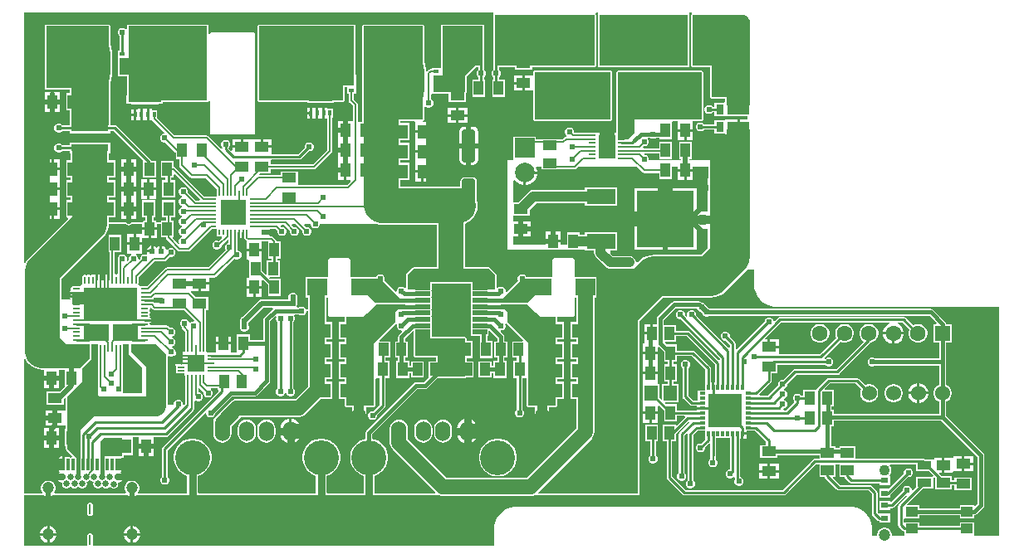
<source format=gtl>
%TF.GenerationSoftware,Altium Limited,CircuitMaker,2.0.2 (2.0.2.40)*%
G04 Layer_Physical_Order=1*
G04 Layer_Color=25308*
%FSLAX25Y25*%
%MOIN*%
%TF.SameCoordinates,55457101-24DF-47E6-B24E-7804918367A6*%
%TF.FilePolarity,Positive*%
%TF.FileFunction,Copper,L1,Top,Signal*%
%TF.Part,Single*%
G01*
G75*
%TA.AperFunction,SMDPad,CuDef*%
%ADD10R,0.04000X0.05800*%
%ADD11R,0.03937X0.05315*%
G04:AMPARAMS|DCode=12|XSize=59.05mil|YSize=17.72mil|CornerRadius=0.89mil|HoleSize=0mil|Usage=FLASHONLY|Rotation=0.000|XOffset=0mil|YOffset=0mil|HoleType=Round|Shape=RoundedRectangle|*
%AMROUNDEDRECTD12*
21,1,0.05905,0.01595,0,0,0.0*
21,1,0.05728,0.01772,0,0,0.0*
1,1,0.00177,0.02864,-0.00797*
1,1,0.00177,-0.02864,-0.00797*
1,1,0.00177,-0.02864,0.00797*
1,1,0.00177,0.02864,0.00797*
%
%ADD12ROUNDEDRECTD12*%
%ADD13R,0.09685X0.09094*%
%ADD14R,0.07874X0.07087*%
%ADD15R,0.16142X0.13780*%
%ADD16R,0.01968X0.02362*%
%ADD17R,0.06988X0.09646*%
%ADD18R,0.02362X0.01181*%
%ADD19R,0.02362X0.01968*%
%ADD20R,0.09646X0.06988*%
%ADD21R,0.01181X0.02362*%
%ADD22R,0.10236X0.10236*%
%ADD23R,0.02362X0.00886*%
%ADD24R,0.00886X0.02362*%
%ADD25R,0.03937X0.10000*%
%ADD26R,0.06890X0.05118*%
%ADD27R,0.05800X0.04000*%
%ADD28R,0.15000X0.03000*%
G04:AMPARAMS|DCode=29|XSize=132.28mil|YSize=54.33mil|CornerRadius=9.78mil|HoleSize=0mil|Usage=FLASHONLY|Rotation=90.000|XOffset=0mil|YOffset=0mil|HoleType=Round|Shape=RoundedRectangle|*
%AMROUNDEDRECTD29*
21,1,0.13228,0.03477,0,0,90.0*
21,1,0.11272,0.05433,0,0,90.0*
1,1,0.01956,0.01739,0.05636*
1,1,0.01956,0.01739,-0.05636*
1,1,0.01956,-0.01739,-0.05636*
1,1,0.01956,-0.01739,0.05636*
%
%ADD29ROUNDEDRECTD29*%
%ADD30R,0.03000X0.15000*%
%ADD31R,0.05315X0.03937*%
%ADD32R,0.07008X0.09252*%
%ADD33R,0.02756X0.00984*%
%ADD34R,0.22835X0.22835*%
%ADD35R,0.11811X0.06299*%
%ADD36R,0.02362X0.01181*%
%ADD37R,0.13583X0.13583*%
%ADD38R,0.05600X0.03500*%
%ADD39R,0.04724X0.03937*%
%ADD40R,0.03150X0.02362*%
%ADD41R,0.05315X0.06102*%
%ADD42R,0.03543X0.03347*%
%ADD43R,0.07087X0.07087*%
%ADD44O,0.03150X0.00787*%
%ADD45O,0.00787X0.03150*%
%ADD46R,0.10039X0.06890*%
%ADD47R,0.00787X0.03150*%
%ADD48R,0.21654X0.13386*%
%TA.AperFunction,ConnectorPad*%
G04:AMPARAMS|DCode=49|XSize=11.81mil|YSize=47.24mil|CornerRadius=0.06mil|HoleSize=0mil|Usage=FLASHONLY|Rotation=0.000|XOffset=0mil|YOffset=0mil|HoleType=Round|Shape=RoundedRectangle|*
%AMROUNDEDRECTD49*
21,1,0.01181,0.04713,0,0,0.0*
21,1,0.01169,0.04724,0,0,0.0*
1,1,0.00012,0.00585,-0.02356*
1,1,0.00012,-0.00585,-0.02356*
1,1,0.00012,-0.00585,0.02356*
1,1,0.00012,0.00585,0.02356*
%
%ADD49ROUNDEDRECTD49*%
%TA.AperFunction,SMDPad,CuDef*%
G04:AMPARAMS|DCode=50|XSize=7.87mil|YSize=39.37mil|CornerRadius=0.04mil|HoleSize=0mil|Usage=FLASHONLY|Rotation=0.000|XOffset=0mil|YOffset=0mil|HoleType=Round|Shape=RoundedRectangle|*
%AMROUNDEDRECTD50*
21,1,0.00787,0.03929,0,0,0.0*
21,1,0.00779,0.03937,0,0,0.0*
1,1,0.00008,0.00390,-0.01965*
1,1,0.00008,-0.00390,-0.01965*
1,1,0.00008,-0.00390,0.01965*
1,1,0.00008,0.00390,0.01965*
%
%ADD50ROUNDEDRECTD50*%
%ADD51R,0.03347X0.03543*%
%ADD52R,0.03000X0.04000*%
%ADD53R,0.09004X0.04000*%
%TA.AperFunction,Conductor*%
%ADD54C,0.02000*%
%ADD55C,0.06000*%
%ADD56C,0.14000*%
%ADD57C,0.01000*%
%ADD58C,0.16000*%
%ADD59C,0.00800*%
%ADD60C,0.01500*%
%ADD61C,0.03000*%
%ADD62C,0.02500*%
%ADD63C,0.04000*%
%ADD64C,0.08000*%
%ADD65C,0.01800*%
%ADD66C,0.00600*%
%ADD67C,0.01200*%
%ADD68C,0.00900*%
%ADD69C,0.10000*%
%ADD70C,0.01700*%
%ADD71R,0.13386X0.19685*%
%TA.AperFunction,NonConductor*%
%ADD72R,0.04000X0.02900*%
%TA.AperFunction,Conductor*%
%ADD73R,0.02900X0.04000*%
%TA.AperFunction,ComponentPad*%
%ADD74R,0.07874X0.07874*%
%ADD75C,0.07874*%
%ADD76R,0.06299X0.06299*%
%ADD77C,0.06299*%
%ADD78C,0.06000*%
%ADD79C,0.02559*%
%ADD80C,0.04724*%
%TA.AperFunction,WasherPad*%
%ADD81C,0.04724*%
%ADD82C,0.04331*%
%TA.AperFunction,ComponentPad*%
%ADD83C,0.14000*%
%ADD84O,0.06000X0.08000*%
%TA.AperFunction,ViaPad*%
%ADD85C,0.02400*%
%ADD86C,0.01968*%
%ADD87C,0.02362*%
%ADD88C,0.05000*%
G36*
X267500Y194000D02*
X232000D01*
Y214500D01*
X267500D01*
Y194000D01*
D02*
G37*
G36*
X230000D02*
X190000D01*
Y214500D01*
X230000D01*
Y194000D01*
D02*
G37*
G36*
X269000Y214861D02*
X268851Y214500D01*
Y194000D01*
X269041Y193541D01*
X269500Y193351D01*
X276351Y193351D01*
X276351Y181500D01*
X276541Y181041D01*
X277000Y180851D01*
X282350Y180851D01*
X282351Y179600D01*
X281851Y179100D01*
X278150D01*
Y177622D01*
X277424D01*
X277020Y178026D01*
X276358Y178300D01*
X275642D01*
X274980Y178026D01*
X274474Y177520D01*
X274200Y176858D01*
Y176142D01*
X274474Y175480D01*
X274980Y174974D01*
X275642Y174700D01*
X276358D01*
X277020Y174974D01*
X277424Y175378D01*
X278150D01*
Y173900D01*
X282148D01*
X282648Y173900D01*
X282850Y173900D01*
X291339D01*
Y172500D01*
X288250D01*
Y169500D01*
Y168500D01*
X292500D01*
Y152500D01*
X276500D01*
Y156000D01*
X268131D01*
Y156500D01*
X269100D01*
Y163500D01*
X263900D01*
Y156500D01*
X264869D01*
Y156000D01*
X251895D01*
X251800Y156142D01*
Y156858D01*
X251526Y157520D01*
X251020Y158026D01*
X250358Y158300D01*
X249980D01*
X249909Y158406D01*
X250177Y158906D01*
X255900D01*
Y156500D01*
X261100D01*
Y163500D01*
X255900D01*
Y160945D01*
X249702D01*
X249576Y161143D01*
X249486Y161423D01*
X249709Y161700D01*
X250358D01*
X251020Y161974D01*
X251526Y162480D01*
X251800Y163142D01*
Y163858D01*
X251526Y164520D01*
X251347Y164698D01*
X251554Y165198D01*
X252256D01*
X252480Y164974D01*
X253142Y164700D01*
X253858D01*
X254520Y164974D01*
X254744Y165198D01*
X255900D01*
Y164500D01*
X261100D01*
Y171351D01*
X261455Y171851D01*
X263500D01*
Y168500D01*
X266500D01*
X269500D01*
Y171851D01*
X273000D01*
X273459Y172041D01*
X273649Y172500D01*
Y191500D01*
X273459Y191959D01*
X273000Y192149D01*
X239500D01*
X239041Y191959D01*
X238851Y191500D01*
Y167316D01*
X238829D01*
Y167126D01*
X235721D01*
X235500Y167218D01*
Y165043D01*
X234500D01*
Y167218D01*
X234279Y167126D01*
X231171D01*
Y167316D01*
X227215D01*
Y167244D01*
X221800D01*
Y167858D01*
X221526Y168520D01*
X221020Y169026D01*
X220358Y169300D01*
X219642D01*
X218980Y169026D01*
X218474Y168520D01*
X218200Y167858D01*
Y167142D01*
X218474Y166480D01*
X218785Y166169D01*
X218693Y165829D01*
X218590Y165657D01*
X218259Y165592D01*
X217929Y165371D01*
X217121Y164563D01*
X215258D01*
Y164612D01*
X208742D01*
Y164563D01*
X206537D01*
Y165537D01*
X197463D01*
Y156463D01*
X197463D01*
X197374Y156000D01*
X195000D01*
Y120079D01*
X210900D01*
Y120000D01*
X216100D01*
Y120079D01*
X218900D01*
Y120000D01*
X224100D01*
Y120079D01*
X226172D01*
Y119735D01*
X229878D01*
Y118875D01*
X229878Y118875D01*
X229967Y118196D01*
X230229Y117564D01*
X230646Y117021D01*
X234521Y113146D01*
X234521Y113146D01*
X235064Y112729D01*
X235696Y112467D01*
X236375Y112378D01*
X236375Y112378D01*
X244000D01*
X244000Y112378D01*
X244679Y112467D01*
X244759Y112500D01*
X247500D01*
Y91428D01*
Y55000D01*
Y25000D01*
Y22129D01*
X247462Y22038D01*
X247371Y22000D01*
X207471D01*
X207471Y22000D01*
X207342D01*
X207233Y22473D01*
X207234Y22599D01*
X228926Y44291D01*
X229503Y45043D01*
X229866Y45919D01*
X229989Y46858D01*
Y79500D01*
Y100857D01*
X230895D01*
Y109143D01*
X222013D01*
Y115827D01*
X221936Y116215D01*
X221716Y116543D01*
X221388Y116763D01*
X221000Y116840D01*
X214000D01*
X213612Y116763D01*
X213284Y116543D01*
X213064Y116215D01*
X212987Y115827D01*
Y109143D01*
X205515D01*
X205500Y109149D01*
X202679D01*
X202526Y109520D01*
X202020Y110026D01*
X201358Y110300D01*
X200642D01*
X199980Y110026D01*
X199474Y109520D01*
X199200Y108858D01*
Y108142D01*
X199353Y107772D01*
X194800Y103218D01*
X194300Y103426D01*
Y103858D01*
X194026Y104520D01*
X193520Y105026D01*
X192858Y105300D01*
X192142D01*
X191480Y105026D01*
X191149Y104695D01*
X190649Y104902D01*
Y110000D01*
X190459Y110459D01*
X187959Y112959D01*
X187500Y113149D01*
X178148D01*
Y130657D01*
X178422Y130740D01*
X179743Y131446D01*
X180900Y132395D01*
X181850Y133553D01*
X182555Y134873D01*
X182990Y136305D01*
X183137Y137795D01*
X182990Y139285D01*
X182847Y139755D01*
Y147695D01*
X182725Y148311D01*
X182376Y148833D01*
X181854Y149182D01*
X181239Y149304D01*
X177761D01*
X177146Y149182D01*
X176624Y148833D01*
X176275Y148311D01*
X176153Y147695D01*
Y145740D01*
X175782Y145404D01*
X175500Y145432D01*
X152137D01*
Y148000D01*
X155600D01*
Y155000D01*
X152137D01*
Y156000D01*
X155600D01*
Y163000D01*
X152137D01*
Y164000D01*
X155600D01*
Y171000D01*
X152137D01*
Y171851D01*
X157881D01*
X158000Y171400D01*
X158000Y171351D01*
Y168000D01*
X161000D01*
X162500D01*
Y171400D01*
X161242D01*
X161143Y171900D01*
X161483Y172041D01*
X161673Y172500D01*
Y177574D01*
X162173Y177781D01*
X162480Y177474D01*
X163142Y177200D01*
X163858D01*
X164520Y177474D01*
X165026Y177980D01*
X165300Y178642D01*
Y179358D01*
X165026Y180020D01*
X164520Y180526D01*
X164520Y180526D01*
Y182596D01*
X164821Y182971D01*
X165209D01*
X165500Y182851D01*
X171500D01*
Y179400D01*
X178500D01*
Y183139D01*
X178649Y183500D01*
Y189731D01*
X182269Y193351D01*
X183378D01*
Y192424D01*
X182974Y192020D01*
X182700Y191358D01*
Y190642D01*
X182974Y189980D01*
X183378Y189576D01*
Y188500D01*
X180900D01*
Y181500D01*
X186100D01*
Y188500D01*
X185622D01*
Y189576D01*
X186026Y189980D01*
X186300Y190642D01*
Y191358D01*
X186026Y192020D01*
X185622Y192424D01*
Y193933D01*
X185649Y194000D01*
Y210000D01*
X185600Y210119D01*
Y210600D01*
X185119D01*
X185000Y210649D01*
X168898D01*
X168438Y210459D01*
X168248Y210000D01*
Y193029D01*
X164719D01*
Y192858D01*
X164339D01*
X163948Y192781D01*
X163618Y192560D01*
X162889Y191831D01*
X162454Y191967D01*
X162389Y192016D01*
Y193423D01*
X162084D01*
Y195293D01*
X161673D01*
Y210000D01*
X161483Y210459D01*
X161024Y210649D01*
X137500D01*
X137041Y210459D01*
X136851Y210000D01*
Y193423D01*
X136611D01*
Y182577D01*
X136851D01*
Y172500D01*
X136863Y172469D01*
Y171500D01*
X135400D01*
X135020Y171789D01*
Y178500D01*
X134942Y178890D01*
X134721Y179221D01*
X133520Y180422D01*
Y182971D01*
X134281D01*
Y185352D01*
X134281Y185352D01*
Y185530D01*
X134281D01*
X134281Y185852D01*
Y187911D01*
X134281D01*
Y188089D01*
X134281D01*
Y190470D01*
X134281D01*
X134179Y190648D01*
Y193029D01*
X134149D01*
Y210000D01*
X133959Y210459D01*
X133500Y210649D01*
X95500D01*
X95041Y210459D01*
X94851Y210000D01*
Y180000D01*
X95030Y179567D01*
Y179510D01*
X95114D01*
X95500Y179351D01*
X114577D01*
Y179111D01*
X125423D01*
Y179351D01*
X129000D01*
X129459Y179541D01*
X129649Y180000D01*
Y185351D01*
X130719D01*
Y182971D01*
X131480D01*
Y180000D01*
X131558Y179610D01*
X131779Y179279D01*
X132980Y178078D01*
Y171900D01*
X130500D01*
Y168000D01*
X130000D01*
Y167500D01*
X127000D01*
Y164100D01*
X127000D01*
Y163900D01*
X127000D01*
Y160500D01*
X130000D01*
Y159500D01*
X127000D01*
Y156100D01*
X127000D01*
Y155900D01*
X127000D01*
Y152500D01*
X130000D01*
Y152000D01*
X130500D01*
Y148100D01*
X132005D01*
X132196Y147638D01*
X130578Y146020D01*
X111289D01*
X111000Y146400D01*
Y151600D01*
X104000D01*
Y150020D01*
X95669D01*
X95461Y150520D01*
X95842Y150900D01*
X100000D01*
Y152480D01*
X117500D01*
X117890Y152558D01*
X118221Y152779D01*
X124559Y159118D01*
X124781Y159448D01*
X124858Y159839D01*
Y173219D01*
X125029D01*
Y176781D01*
X122870D01*
Y177181D01*
X121780D01*
Y175000D01*
Y172819D01*
X122819D01*
Y160261D01*
X117078Y154520D01*
X100000D01*
Y156100D01*
X100385Y156378D01*
X111500D01*
X111500Y156378D01*
X111929Y156464D01*
X112293Y156707D01*
X115286Y159700D01*
X115858D01*
X116520Y159974D01*
X117026Y160480D01*
X117300Y161142D01*
Y161858D01*
X117026Y162520D01*
X116520Y163026D01*
X115858Y163300D01*
X115142D01*
X114480Y163026D01*
X113974Y162520D01*
X113700Y161858D01*
Y161286D01*
X111035Y158622D01*
X100400D01*
Y161000D01*
X96500D01*
Y161500D01*
X96000D01*
Y164500D01*
X92600D01*
Y164500D01*
X92400D01*
Y164500D01*
X89000D01*
Y161500D01*
X88500D01*
Y161000D01*
X84600D01*
Y160139D01*
X84138Y159948D01*
X83122Y160965D01*
Y161076D01*
X83526Y161480D01*
X83800Y162142D01*
Y162858D01*
X83526Y163520D01*
X83020Y164026D01*
X82358Y164300D01*
X81642D01*
X80980Y164026D01*
X80474Y163520D01*
X80200Y162858D01*
Y162142D01*
X80474Y161480D01*
X80722Y161232D01*
X80684Y160965D01*
X80155Y160787D01*
X75221Y165721D01*
X74890Y165942D01*
X74500Y166020D01*
X61422D01*
X54529Y172913D01*
Y176281D01*
X52370D01*
Y176681D01*
X51279D01*
Y174500D01*
Y172319D01*
X52370D01*
X52395Y172281D01*
X52397Y172271D01*
X52618Y171941D01*
X57296Y167262D01*
X57078Y166773D01*
X56480Y166526D01*
X55974Y166020D01*
X55700Y165358D01*
Y164642D01*
X55974Y163980D01*
X56480Y163474D01*
X57142Y163200D01*
X57858D01*
X57858Y163200D01*
X61779Y159279D01*
X61900Y159198D01*
Y156500D01*
X63480D01*
Y154000D01*
X63558Y153610D01*
X63779Y153279D01*
X67779Y149279D01*
X68110Y149058D01*
X68500Y148980D01*
X74078D01*
X78445Y144613D01*
Y141555D01*
X75345D01*
Y141531D01*
X73410D01*
X61721Y153221D01*
X61390Y153442D01*
X61112Y153497D01*
Y155757D01*
X55975D01*
Y149242D01*
X57878D01*
Y148000D01*
X56400D01*
Y141000D01*
X61600D01*
Y148000D01*
X60122D01*
Y149242D01*
X61112D01*
Y150293D01*
X61574Y150484D01*
X71640Y140419D01*
X71448Y139957D01*
X69985D01*
X66800Y143142D01*
X66800Y143142D01*
Y143858D01*
X66526Y144520D01*
X66020Y145026D01*
X65358Y145300D01*
X64642D01*
X63980Y145026D01*
X63474Y144520D01*
X63200Y143858D01*
Y143142D01*
X63474Y142480D01*
X63980Y141974D01*
X64492Y141762D01*
Y141238D01*
X63980Y141026D01*
X63474Y140520D01*
X63200Y139858D01*
Y139142D01*
X63474Y138480D01*
X63980Y137974D01*
X64492Y137762D01*
Y137238D01*
X63980Y137026D01*
X63474Y136520D01*
X63200Y135858D01*
Y135142D01*
X63474Y134480D01*
X63980Y133974D01*
X64492Y133762D01*
Y133238D01*
X63980Y133026D01*
X63474Y132520D01*
X63200Y131858D01*
Y131142D01*
X63474Y130480D01*
X63980Y129974D01*
X64492Y129762D01*
Y129238D01*
X63980Y129026D01*
X63474Y128520D01*
X63200Y127858D01*
Y127142D01*
X63474Y126480D01*
X63980Y125974D01*
X64492Y125762D01*
Y125238D01*
X63980Y125026D01*
X63474Y124520D01*
X63200Y123858D01*
Y123142D01*
X63336Y122813D01*
X62912Y122529D01*
X60661Y124781D01*
X60853Y125242D01*
X61112D01*
Y131757D01*
X60020D01*
Y133000D01*
X61600D01*
Y140000D01*
X56400D01*
Y133000D01*
X57980D01*
Y131757D01*
X55975D01*
Y131149D01*
X54469D01*
X54068Y131417D01*
Y131757D01*
X53131D01*
Y133000D01*
X53600D01*
Y140000D01*
X48400D01*
Y133000D01*
X49869D01*
Y131757D01*
X48932D01*
Y131417D01*
X48531Y131149D01*
X44256D01*
X44195Y131124D01*
X44129Y131137D01*
X43972Y131032D01*
X43797Y130959D01*
X43771Y130898D01*
X43716Y130861D01*
X43685Y130815D01*
X43371Y130605D01*
X43000Y130531D01*
X42629Y130605D01*
X42315Y130815D01*
X42284Y130861D01*
X42229Y130898D01*
X42203Y130959D01*
X42028Y131032D01*
X41871Y131137D01*
X41805Y131124D01*
X41744Y131149D01*
X35137D01*
Y133000D01*
X37600D01*
Y140000D01*
X35137D01*
Y141000D01*
X37600D01*
Y148000D01*
X35137D01*
Y149000D01*
X37600D01*
Y156000D01*
X35149D01*
Y158900D01*
X35600D01*
Y163100D01*
X19400D01*
Y162122D01*
X16366D01*
X15962Y162526D01*
X15300Y162800D01*
X14584D01*
X13922Y162526D01*
X13416Y162020D01*
X13142Y161358D01*
Y160642D01*
X13416Y159980D01*
X13922Y159474D01*
X14584Y159200D01*
X15300D01*
X15962Y159474D01*
X16366Y159878D01*
X19400D01*
Y158900D01*
X19851D01*
Y156000D01*
X17900D01*
Y149000D01*
X19863D01*
Y148000D01*
X17900D01*
Y141000D01*
X19863D01*
Y140000D01*
X17900D01*
Y133000D01*
X18547D01*
X18738Y132538D01*
X3100Y116900D01*
X2150Y115743D01*
X1681Y114865D01*
X1181Y114990D01*
Y215354D01*
X189283D01*
X189497Y214854D01*
X189351Y214500D01*
Y194000D01*
X189378Y193933D01*
Y192424D01*
X188974Y192020D01*
X188700Y191358D01*
Y190642D01*
X188974Y189980D01*
X189378Y189576D01*
Y188500D01*
X188900D01*
Y181500D01*
X194100D01*
Y188500D01*
X191622D01*
Y189576D01*
X192026Y189980D01*
X192300Y190642D01*
Y191358D01*
X192026Y192020D01*
X191622Y192424D01*
Y193351D01*
X198000D01*
Y192400D01*
X205000D01*
Y193351D01*
X230000D01*
X230459Y193541D01*
X230649Y194000D01*
Y214500D01*
X230503Y214854D01*
X230717Y215354D01*
X231283D01*
X231497Y214854D01*
X231351Y214500D01*
Y194000D01*
X231541Y193541D01*
X232000Y193351D01*
X267500D01*
X267959Y193541D01*
X268149Y194000D01*
Y214500D01*
X268003Y214854D01*
X268217Y215354D01*
X269000D01*
Y214861D01*
D02*
G37*
G36*
X185000Y194000D02*
X182000D01*
X178000Y190000D01*
Y183500D01*
X165500D01*
Y190000D01*
X168898D01*
Y210000D01*
X185000D01*
Y194000D01*
D02*
G37*
G36*
X133500Y186000D02*
X129000D01*
Y180000D01*
X95500D01*
Y210000D01*
X133500D01*
Y186000D01*
D02*
G37*
G36*
X290021Y214366D02*
X290658Y214102D01*
X291231Y213719D01*
X291719Y213231D01*
X292102Y212658D01*
X292366Y212021D01*
X292500Y211345D01*
Y211000D01*
X292500Y180000D01*
X292500Y178000D01*
X283000Y178000D01*
X283000Y181500D01*
X277000Y181500D01*
X277000Y194000D01*
X269500Y194000D01*
Y214500D01*
X289345D01*
X290021Y214366D01*
D02*
G37*
G36*
X161024Y172500D02*
X137500D01*
Y210000D01*
X161024D01*
Y172500D01*
D02*
G37*
G36*
X273000Y172500D02*
X246000Y172500D01*
Y167000D01*
X243500Y164500D01*
X239500D01*
Y191500D01*
X273000D01*
Y172500D01*
D02*
G37*
G36*
X34500Y154500D02*
X20500D01*
Y161000D01*
X34500D01*
Y154500D01*
D02*
G37*
G36*
X275851Y152500D02*
X275858Y152481D01*
Y148862D01*
X275500Y148778D01*
Y146222D01*
X275858Y146138D01*
Y143862D01*
X275500Y143778D01*
Y135500D01*
X271000D01*
Y143366D01*
X270941Y143377D01*
Y144917D01*
X259024D01*
Y132500D01*
Y120083D01*
X270941D01*
Y121623D01*
Y128500D01*
X275500D01*
Y120721D01*
X274862Y120083D01*
X272920Y118142D01*
X254000D01*
X252314Y117976D01*
X250693Y117484D01*
X249199Y116685D01*
X247889Y115611D01*
X247279Y115000D01*
X246622D01*
X246533Y115679D01*
X246271Y116311D01*
X245854Y116854D01*
X245311Y117271D01*
X244679Y117533D01*
X244000Y117622D01*
X244000Y117622D01*
X237461D01*
X236500Y118584D01*
Y119735D01*
X239183D01*
Y127234D01*
X226172D01*
Y126107D01*
X224100D01*
Y127000D01*
X218900D01*
Y122047D01*
X216500D01*
Y123000D01*
X213500D01*
X210500D01*
Y122047D01*
X197500D01*
Y125500D01*
X200000D01*
Y128500D01*
Y131500D01*
X197500D01*
Y133900D01*
X200329D01*
X200500Y133878D01*
X200671Y133900D01*
X204000D01*
Y136291D01*
X206586Y138878D01*
X208000D01*
X208120Y138893D01*
X226172D01*
Y137766D01*
X239183D01*
Y145265D01*
X226172D01*
Y144138D01*
X207500D01*
X207380Y144122D01*
X205500D01*
X205500Y144123D01*
X204821Y144033D01*
X204189Y143771D01*
X203646Y143354D01*
X203646Y143354D01*
X199391Y139100D01*
X197500D01*
Y147954D01*
X197983Y148084D01*
X198049Y147969D01*
X198969Y147049D01*
X200094Y146399D01*
X201350Y146063D01*
X201500D01*
Y151000D01*
X202000D01*
Y151500D01*
X206937D01*
Y151650D01*
X206601Y152906D01*
X206482Y153110D01*
X206732Y153543D01*
X208742D01*
Y152388D01*
X215258D01*
Y152480D01*
X222000D01*
X222390Y152558D01*
X222721Y152779D01*
X223485Y153543D01*
X247015D01*
X249279Y151279D01*
X249610Y151058D01*
X250000Y150980D01*
X255900D01*
Y148500D01*
X261100D01*
Y153543D01*
X263500D01*
Y152500D01*
X266500D01*
X269500D01*
Y153543D01*
X275851D01*
Y152500D01*
D02*
G37*
G36*
X55975Y125242D02*
X57980D01*
Y125000D01*
X58058Y124610D01*
X58279Y124279D01*
X62779Y119779D01*
X63110Y119558D01*
X63500Y119480D01*
X67000D01*
X67390Y119558D01*
X67721Y119779D01*
X76387Y128445D01*
X78445D01*
Y125345D01*
X80250D01*
X80441Y124883D01*
X79212Y123653D01*
X78858Y123800D01*
X78142D01*
X77480Y123526D01*
X76974Y123020D01*
X76700Y122358D01*
Y121642D01*
X76974Y120980D01*
X77480Y120474D01*
X78142Y120200D01*
X78858D01*
X79520Y120474D01*
X80026Y120980D01*
X80300Y121642D01*
Y121858D01*
X82731Y124289D01*
X83193Y124098D01*
Y122800D01*
X83105D01*
X82443Y122526D01*
X81937Y122020D01*
X81663Y121358D01*
Y120642D01*
X81937Y119980D01*
X81988Y119930D01*
X75078Y113020D01*
X58315D01*
X57925Y112942D01*
X57594Y112721D01*
X50290Y105417D01*
X49409D01*
X49377Y105411D01*
X48228D01*
X47996Y105365D01*
X47590Y105604D01*
X47496Y105705D01*
Y105909D01*
X47134D01*
X46853Y106354D01*
X46849Y106409D01*
X46919Y106760D01*
Y107909D01*
X46925Y107941D01*
Y108983D01*
X53422Y115480D01*
X57500D01*
X57890Y115558D01*
X58221Y115779D01*
X59642Y117200D01*
X59642Y117200D01*
X60358D01*
X61020Y117474D01*
X61526Y117980D01*
X61800Y118642D01*
Y119358D01*
X61526Y120020D01*
X61020Y120526D01*
X60358Y120800D01*
X59642D01*
X58980Y120526D01*
X58639Y120185D01*
X58090Y120249D01*
X58065Y120264D01*
X57865Y120746D01*
X57246Y121365D01*
X56500Y121674D01*
Y119500D01*
X55500D01*
Y121674D01*
X54754Y121365D01*
X54250Y120861D01*
X53746Y121365D01*
X53000Y121674D01*
Y119500D01*
X52500D01*
Y119000D01*
X50326D01*
X50502Y118574D01*
X50119Y118192D01*
X49858Y118300D01*
X49142D01*
X48480Y118026D01*
X47974Y117520D01*
X47700Y116858D01*
Y116642D01*
X47300Y116242D01*
X46800Y116449D01*
Y116858D01*
X46526Y117520D01*
X46020Y118026D01*
X45841Y118100D01*
X45940Y118600D01*
X48500D01*
Y122000D01*
X45500D01*
X42500D01*
Y118600D01*
X44060D01*
X44159Y118100D01*
X43980Y118026D01*
X43474Y117520D01*
X43200Y116858D01*
Y116142D01*
X43200Y116142D01*
X42588Y115529D01*
X42164Y115813D01*
X42300Y116142D01*
Y116858D01*
X42026Y117520D01*
X41520Y118026D01*
X40858Y118300D01*
X40142D01*
X39480Y118026D01*
X38974Y117520D01*
X38700Y116858D01*
Y116142D01*
X38723Y116085D01*
X38664Y115997D01*
X38587Y115606D01*
Y110502D01*
X38087Y110124D01*
X38032Y110135D01*
X37976Y110124D01*
X37476Y110502D01*
Y119000D01*
X40100D01*
Y126000D01*
X34900D01*
Y119000D01*
X35437D01*
Y110942D01*
X35382Y110897D01*
Y107941D01*
X34382D01*
Y110443D01*
X34338Y110435D01*
X34095Y110272D01*
X33851Y110435D01*
X33807Y110443D01*
Y107941D01*
X32807D01*
Y110443D01*
X32763Y110435D01*
X32520Y110272D01*
X32276Y110435D01*
X32232Y110443D01*
Y107941D01*
X31232D01*
Y110443D01*
X31188Y110435D01*
X30945Y110272D01*
X30701Y110435D01*
X30658Y110443D01*
Y107941D01*
X29658D01*
Y110443D01*
X29614Y110435D01*
X29153Y110127D01*
X29128Y110089D01*
X28970Y110058D01*
X28583Y110135D01*
X28195Y110058D01*
X28184Y110051D01*
X27795Y109871D01*
X27407Y110051D01*
X27396Y110058D01*
X27008Y110135D01*
X26620Y110058D01*
X26609Y110051D01*
X26221Y109871D01*
X25832Y110051D01*
X25821Y110058D01*
X25433Y110135D01*
X25045Y110058D01*
X24717Y109838D01*
X24497Y109510D01*
X24420Y109122D01*
Y106760D01*
X24490Y106409D01*
X24486Y106354D01*
X24205Y105909D01*
X23843D01*
Y105705D01*
X23749Y105604D01*
X23343Y105365D01*
X23110Y105411D01*
X20748D01*
X20360Y105334D01*
X20032Y105114D01*
X19812Y104785D01*
X19735Y104398D01*
X19812Y104010D01*
X19781Y103853D01*
X19743Y103828D01*
X19435Y103367D01*
X19426Y103323D01*
X21929D01*
Y103000D01*
X25000D01*
Y98000D01*
X20500D01*
Y100748D01*
X19426D01*
X19435Y100704D01*
X19598Y100461D01*
X19435Y100217D01*
X19392Y100000D01*
X16137D01*
Y108337D01*
X32900Y125100D01*
X33850Y126257D01*
X34556Y127577D01*
X34990Y129010D01*
X35137Y130500D01*
X41744D01*
X41846Y130347D01*
X42376Y129993D01*
X43000Y129869D01*
X43624Y129993D01*
X44153Y130347D01*
X44256Y130500D01*
X48531D01*
Y129000D01*
X51500D01*
X54469D01*
Y130500D01*
X55975D01*
Y125242D01*
D02*
G37*
G36*
X143392Y130305D02*
X144882Y130158D01*
X166852D01*
Y113149D01*
X157500D01*
X157041Y112959D01*
X154541Y110459D01*
X154351Y110000D01*
Y104902D01*
X153851Y104695D01*
X153520Y105026D01*
X152858Y105300D01*
X152142D01*
X151480Y105026D01*
X150974Y104520D01*
X150700Y103858D01*
Y103426D01*
X150200Y103218D01*
X145647Y107772D01*
X145800Y108142D01*
Y108858D01*
X145526Y109520D01*
X145020Y110026D01*
X144358Y110300D01*
X143642D01*
X142980Y110026D01*
X142474Y109520D01*
X142321Y109149D01*
X139500D01*
X139485Y109143D01*
X132013D01*
Y115827D01*
X131936Y116215D01*
X131716Y116543D01*
X131388Y116763D01*
X131000Y116840D01*
X124000D01*
X123612Y116763D01*
X123284Y116543D01*
X123064Y116215D01*
X122987Y115827D01*
Y109143D01*
X114105D01*
Y100857D01*
X115011D01*
Y96000D01*
X114241D01*
X114026Y96520D01*
X113520Y97026D01*
X112858Y97300D01*
X112142D01*
X111480Y97026D01*
X111331Y96876D01*
X110629D01*
X110422Y97376D01*
X110526Y97480D01*
X110800Y98142D01*
Y98858D01*
X110631Y99265D01*
Y100235D01*
X110800Y100642D01*
Y101358D01*
X110526Y102020D01*
X110020Y102526D01*
X109358Y102800D01*
X108642D01*
X107980Y102526D01*
X107474Y102020D01*
X107200Y101358D01*
Y100642D01*
X107204Y100631D01*
X106870Y100131D01*
X96500D01*
X95876Y100007D01*
X95346Y99654D01*
X88888Y93195D01*
X88480Y93026D01*
X87974Y92520D01*
X87700Y91858D01*
Y91142D01*
X87869Y90735D01*
Y89765D01*
X87700Y89358D01*
Y88642D01*
X87974Y87980D01*
X88480Y87474D01*
X89142Y87200D01*
X89858D01*
X90520Y87474D01*
X91026Y87980D01*
X91300Y88642D01*
Y89358D01*
X91131Y89765D01*
Y90735D01*
X91195Y90887D01*
X97176Y96869D01*
X100735D01*
X100800Y96781D01*
X100922Y96369D01*
X97527Y92973D01*
X97228Y92527D01*
X97124Y92000D01*
Y83876D01*
X91600D01*
Y86000D01*
X86400D01*
Y79000D01*
X85995Y78771D01*
X84000D01*
Y82000D01*
X81000D01*
X78000D01*
Y78771D01*
X75906D01*
X75476Y78686D01*
X75442Y78663D01*
X74724D01*
X74543Y78811D01*
Y79043D01*
X74311D01*
X74163Y79224D01*
Y81373D01*
X74169Y81406D01*
Y95900D01*
X75000D01*
Y101100D01*
X69842D01*
X67942Y103000D01*
X68149Y103500D01*
X71000D01*
Y106500D01*
X71500D01*
Y107000D01*
X75400D01*
Y108980D01*
X77500D01*
X77890Y109058D01*
X78221Y109279D01*
X85448Y116506D01*
X85480Y116474D01*
X86142Y116200D01*
X86858D01*
X87520Y116474D01*
X88026Y116980D01*
X88300Y117642D01*
Y118358D01*
X88026Y119020D01*
X87520Y119526D01*
X86858Y119800D01*
X86807D01*
Y124945D01*
X86862D01*
Y127126D01*
X87862D01*
Y124945D01*
X88437D01*
Y127126D01*
X89437D01*
Y124945D01*
X89501D01*
X89570Y124598D01*
X89791Y124267D01*
X90279Y123779D01*
X90500Y123631D01*
Y120500D01*
X93500D01*
X96500D01*
Y123480D01*
X98900D01*
Y116500D01*
X100378D01*
Y115758D01*
X98475D01*
Y110265D01*
X98013Y110073D01*
X96525Y111561D01*
Y115610D01*
X96525Y115758D01*
X96525D01*
X96500Y116100D01*
X96500D01*
Y119500D01*
X93500D01*
X90500D01*
Y116100D01*
X91030D01*
X91388Y115758D01*
Y109242D01*
X91030Y108900D01*
X90500D01*
Y105500D01*
X93500D01*
X96500D01*
Y107761D01*
X96962Y107952D01*
X98900Y106014D01*
Y101500D01*
X104100D01*
Y108500D01*
X99678D01*
X99481Y108749D01*
X99701Y109242D01*
X103612D01*
Y115758D01*
X102622D01*
Y116500D01*
X104100D01*
Y123500D01*
X102520D01*
X102442Y123890D01*
X102221Y124221D01*
X101221Y125221D01*
X100890Y125442D01*
X100500Y125520D01*
X99784D01*
X99475Y126020D01*
X99674Y126500D01*
X97500D01*
Y127500D01*
X99674D01*
X99480Y127969D01*
X99796Y128469D01*
X102090D01*
X102700Y127858D01*
X102700Y127858D01*
Y127142D01*
X102974Y126480D01*
X103480Y125974D01*
X104142Y125700D01*
X104858D01*
X105520Y125974D01*
X106026Y126480D01*
X106300Y127142D01*
Y127858D01*
X106026Y128520D01*
X105520Y129026D01*
X104858Y129300D01*
X104232D01*
X104033Y129551D01*
X104083Y129751D01*
X104275Y130043D01*
X105515D01*
X107700Y127858D01*
X107700Y127858D01*
Y127142D01*
X107974Y126480D01*
X108480Y125974D01*
X109142Y125700D01*
X109858D01*
X110520Y125974D01*
X111026Y126480D01*
X111300Y127142D01*
Y127858D01*
X111026Y128520D01*
X110520Y129026D01*
X109858Y129300D01*
X109142D01*
X109142Y129300D01*
X108404Y130038D01*
X108595Y130500D01*
X110058D01*
X112700Y127858D01*
X112700Y127858D01*
Y127142D01*
X112974Y126480D01*
X113480Y125974D01*
X114142Y125700D01*
X114858D01*
X115520Y125974D01*
X116026Y126480D01*
X116300Y127142D01*
Y127858D01*
X116026Y128520D01*
X115520Y129026D01*
X114858Y129300D01*
X114142D01*
X114142Y129300D01*
X113404Y130038D01*
X113595Y130500D01*
X116200D01*
Y130142D01*
X116474Y129480D01*
X116980Y128974D01*
X117642Y128700D01*
X118358D01*
X119020Y128974D01*
X119526Y129480D01*
X119800Y130142D01*
Y130500D01*
X142750D01*
X143392Y130305D01*
D02*
G37*
G36*
X294000Y104562D02*
X294200D01*
X294582Y103015D01*
X295303Y101475D01*
X296310Y100106D01*
X297566Y98960D01*
X299020Y98081D01*
X300618Y97503D01*
X302299Y97247D01*
X303150Y97244D01*
X392520D01*
Y5118D01*
X382769D01*
X382490Y5502D01*
X382490Y5618D01*
Y10639D01*
X376565D01*
Y9192D01*
X360442D01*
Y10639D01*
X354518D01*
X354121Y10889D01*
Y11946D01*
X354518Y12195D01*
X360442D01*
Y13387D01*
X376565D01*
Y12195D01*
X382490D01*
Y13432D01*
X382790Y13492D01*
X383237Y13791D01*
X385973Y16527D01*
X386272Y16973D01*
X386377Y17500D01*
Y37500D01*
X386377Y37500D01*
X386272Y38027D01*
X385973Y38473D01*
X371089Y53358D01*
Y59128D01*
X371153Y59145D01*
X371974Y59619D01*
X372644Y60290D01*
X373118Y61111D01*
X373364Y62026D01*
Y62974D01*
X373118Y63889D01*
X372644Y64710D01*
X371974Y65381D01*
X371153Y65855D01*
X371089Y65872D01*
Y75000D01*
Y82750D01*
X373462D01*
Y90250D01*
X371089D01*
Y90287D01*
X370984Y90814D01*
X370686Y91261D01*
X365973Y95973D01*
X365527Y96272D01*
X365000Y96376D01*
X276169D01*
X276020Y96526D01*
X275612Y96695D01*
X274695Y97613D01*
X274526Y98020D01*
X274020Y98526D01*
X273358Y98800D01*
X273147D01*
X272973Y98973D01*
X272527Y99272D01*
X272000Y99376D01*
X262000D01*
X261473Y99272D01*
X261027Y98973D01*
X261027Y98973D01*
X255527Y93473D01*
X255228Y93027D01*
X255123Y92500D01*
Y90158D01*
X253457D01*
Y86500D01*
X252957D01*
Y86000D01*
X249988D01*
Y82842D01*
X249988D01*
X249849Y82400D01*
X249500D01*
Y79000D01*
X252500D01*
X255500D01*
Y80846D01*
X256000Y81053D01*
X257900Y79153D01*
Y75000D01*
X259379D01*
Y74000D01*
X257900D01*
Y67000D01*
X259379D01*
Y66151D01*
X257081D01*
Y60158D01*
X256619Y59967D01*
X255919Y60667D01*
Y66151D01*
X255624D01*
X255500Y66600D01*
X255500Y66651D01*
Y70000D01*
X252500D01*
X249500D01*
Y66651D01*
X249500Y66611D01*
X249404Y66151D01*
X249404Y66140D01*
Y58860D01*
X249404Y58849D01*
X249404Y58849D01*
X249500Y58400D01*
X249500D01*
Y55000D01*
X252500D01*
X255500D01*
Y57261D01*
X255962Y57452D01*
X257900Y55514D01*
Y51000D01*
X263100D01*
Y53394D01*
X266101D01*
X266308Y52894D01*
X263007Y49594D01*
X262612Y49758D01*
Y49758D01*
X257475D01*
Y43242D01*
X258922D01*
Y28539D01*
X258922Y28539D01*
X259007Y28110D01*
X259250Y27746D01*
X265290Y21707D01*
X265290Y21707D01*
X265653Y21464D01*
X266083Y21378D01*
X266083Y21378D01*
X306000D01*
X306000Y21378D01*
X306429Y21464D01*
X306793Y21707D01*
X318965Y33878D01*
X320243D01*
Y28888D01*
X322401D01*
X322464Y28571D01*
X322707Y28207D01*
X327207Y23707D01*
X327207Y23707D01*
X327571Y23464D01*
X328000Y23378D01*
X328000Y23379D01*
X340035D01*
X341378Y22035D01*
Y14000D01*
X341378Y14000D01*
X341464Y13571D01*
X341707Y13207D01*
X343463Y11451D01*
X343463Y11451D01*
X343827Y11208D01*
X344256Y11123D01*
X344282D01*
Y10463D01*
X348632D01*
Y14025D01*
X344282D01*
X344282Y14025D01*
Y14025D01*
X343862Y14224D01*
X343621Y14465D01*
Y22500D01*
X343622Y22500D01*
X343536Y22929D01*
X343293Y23293D01*
X343293Y23293D01*
X341293Y25293D01*
X340929Y25536D01*
X340500Y25622D01*
X340500Y25622D01*
X328465D01*
X325660Y28426D01*
X325851Y28888D01*
X326758D01*
Y33878D01*
X328242D01*
Y28888D01*
X330401D01*
X330464Y28571D01*
X330707Y28207D01*
X332345Y26569D01*
X332345Y26569D01*
X332709Y26326D01*
X333138Y26241D01*
X344282D01*
Y25581D01*
X348632D01*
Y29143D01*
X348632Y29143D01*
X348632D01*
X348515Y29643D01*
X348670Y29798D01*
X349034Y30429D01*
X349222Y31132D01*
Y31860D01*
X349034Y32563D01*
X348670Y33194D01*
X348485Y33378D01*
X348692Y33878D01*
X359100D01*
Y31150D01*
X364114D01*
X365924Y29340D01*
X365707Y28850D01*
X359100D01*
Y24686D01*
X357800Y23386D01*
X357300Y23593D01*
Y23858D01*
X357026Y24520D01*
X356520Y25026D01*
X355858Y25300D01*
X355142D01*
X354480Y25026D01*
X353974Y24520D01*
X353700Y23858D01*
Y23286D01*
X349131Y18718D01*
X348632Y18925D01*
Y19143D01*
X344282D01*
Y15581D01*
X348632D01*
Y16241D01*
X349362D01*
X349362Y16241D01*
X349791Y16326D01*
X350155Y16569D01*
X354989Y21403D01*
X355089Y21383D01*
X355254Y20840D01*
X352207Y17793D01*
X351964Y17429D01*
X351878Y17000D01*
X351878Y17000D01*
Y9500D01*
X351878Y9500D01*
X351964Y9071D01*
X352207Y8707D01*
X353636Y7278D01*
X354000Y7035D01*
X354429Y6949D01*
X354518Y6461D01*
Y5618D01*
X354518Y5502D01*
X354239Y5118D01*
X349422D01*
X349419Y5122D01*
Y5902D01*
X349217Y6655D01*
X348827Y7331D01*
X348275Y7882D01*
X347600Y8272D01*
X346847Y8474D01*
X346067D01*
X345313Y8272D01*
X344638Y7882D01*
X344086Y7331D01*
X343696Y6655D01*
X343495Y5902D01*
Y5122D01*
X343492Y5118D01*
X341339D01*
Y7874D01*
X341339Y7874D01*
X341338Y7874D01*
X341315Y8743D01*
X341014Y10454D01*
X340385Y12073D01*
X339453Y13538D01*
X338252Y14794D01*
X336830Y15790D01*
X335240Y16490D01*
X333544Y16867D01*
X332677Y16929D01*
X198819Y16929D01*
X198819Y16929D01*
X197931Y16885D01*
X196190Y16539D01*
X194550Y15860D01*
X193074Y14874D01*
X191819Y13618D01*
X190833Y12143D01*
X190154Y10503D01*
X189807Y8761D01*
X189764Y7874D01*
Y1181D01*
X28868D01*
X28603Y1579D01*
Y5508D01*
X28411Y5970D01*
X27949Y6162D01*
X27169D01*
X26707Y5970D01*
X26516Y5508D01*
Y1579D01*
X26250Y1181D01*
X1181D01*
Y21351D01*
X7838D01*
X7916Y21383D01*
X7923Y21380D01*
X7938Y21386D01*
X7962Y21380D01*
X8005Y21385D01*
X8075Y21425D01*
X8160Y21436D01*
X8196Y21457D01*
X8211Y21454D01*
X8253Y21481D01*
X8278Y21492D01*
X8286Y21500D01*
X8927D01*
X9450Y21198D01*
X10306Y20968D01*
X11191D01*
X12046Y21198D01*
X12570Y21500D01*
X13210D01*
X13218Y21492D01*
X13243Y21481D01*
X13286Y21454D01*
X13300Y21457D01*
X13336Y21436D01*
X13421Y21425D01*
X13492Y21385D01*
X13535Y21380D01*
X13558Y21386D01*
X13574Y21380D01*
X13580Y21383D01*
X13659Y21351D01*
X41460D01*
X41538Y21383D01*
X41545Y21380D01*
X41560Y21386D01*
X41584Y21380D01*
X41627Y21385D01*
X41697Y21425D01*
X41782Y21436D01*
X41818Y21457D01*
X41833Y21454D01*
X41875Y21481D01*
X41900Y21492D01*
X41909Y21500D01*
X42549D01*
X43072Y21198D01*
X43927Y20968D01*
X44813D01*
X45668Y21198D01*
X46192Y21500D01*
X46832D01*
X46840Y21492D01*
X46865Y21481D01*
X46908Y21454D01*
X46922Y21457D01*
X46959Y21436D01*
X47044Y21425D01*
X47114Y21385D01*
X47157Y21380D01*
X47181Y21386D01*
X47196Y21380D01*
X47202Y21383D01*
X47281Y21351D01*
X66368D01*
X66487Y21400D01*
X66616Y21400D01*
X66746Y21453D01*
X66792Y21500D01*
X70882D01*
X71037Y21442D01*
X71257Y21351D01*
X118068D01*
X118187Y21400D01*
X118316Y21400D01*
X118446Y21453D01*
X118492Y21500D01*
X122582D01*
X122737Y21442D01*
X122957Y21351D01*
X130280Y21351D01*
X137234D01*
X137353Y21400D01*
X137483D01*
X137612Y21453D01*
X137658Y21500D01*
X141350D01*
X141397Y21453D01*
X141526Y21400D01*
X141655D01*
X141775Y21351D01*
X165879D01*
X165903Y21361D01*
X165929Y21352D01*
X166130Y21455D01*
X166239Y21500D01*
X167764D01*
X168257Y21296D01*
X169197Y21172D01*
X204303D01*
X205243Y21296D01*
X205736Y21500D01*
X206962D01*
X206998Y21449D01*
X207176Y21419D01*
X207342Y21351D01*
X207471D01*
X207471Y21351D01*
X247371D01*
X247490Y21400D01*
X247619Y21400D01*
X247711Y21438D01*
X247802Y21529D01*
X247830Y21541D01*
X247842Y21569D01*
X247931Y21658D01*
X247959Y21670D01*
X247971Y21698D01*
X248062Y21789D01*
X248100Y21881D01*
X248100Y22010D01*
X248149Y22129D01*
Y91428D01*
X257579Y100858D01*
X276500D01*
X278186Y101024D01*
X279807Y101516D01*
X281301Y102315D01*
X282611Y103390D01*
X284838Y105617D01*
X285039Y105539D01*
X291500Y112000D01*
X294000D01*
Y104562D01*
D02*
G37*
G36*
X190000Y110000D02*
Y104000D01*
X181000D01*
Y107000D01*
X164000D01*
Y104000D01*
X155000D01*
Y110000D01*
X157500Y112500D01*
X187500D01*
X190000Y110000D01*
D02*
G37*
G36*
X205500Y101500D02*
X203000Y99000D01*
X190500D01*
Y100500D01*
X193000D01*
X201000Y108500D01*
X205500D01*
Y101500D01*
D02*
G37*
G36*
X152000Y100500D02*
X155500D01*
Y99000D01*
X142919D01*
X139500Y102419D01*
Y108500D01*
X144000D01*
X152000Y100500D01*
D02*
G37*
G36*
X52714Y96214D02*
X53045Y95993D01*
X53435Y95915D01*
X60000D01*
Y95900D01*
X65158D01*
X69258Y91800D01*
X69051Y91300D01*
X68642D01*
X67980Y91026D01*
X67800Y90846D01*
X67646Y90849D01*
X67243Y90996D01*
X67026Y91520D01*
X66520Y92026D01*
X65858Y92300D01*
X65142D01*
X64480Y92026D01*
X63974Y91520D01*
X63700Y90858D01*
Y90142D01*
X63974Y89480D01*
X64480Y88974D01*
X64486Y88972D01*
X64558Y88610D01*
X64779Y88279D01*
X65831Y87227D01*
Y80405D01*
X65837Y80373D01*
Y79336D01*
X65498Y79103D01*
X65361Y79053D01*
X65276Y79071D01*
X64595D01*
Y77650D01*
X64040D01*
X64059Y76575D01*
X64095D01*
Y75575D01*
X64076D01*
X64086Y75000D01*
X64095D01*
Y74000D01*
X61592D01*
X61601Y73956D01*
X61909Y73495D01*
X61946Y73470D01*
X61977Y73313D01*
X61900Y72925D01*
X61977Y72537D01*
X61985Y72526D01*
X62164Y72138D01*
X61985Y71749D01*
X61977Y71738D01*
X61900Y71350D01*
X61977Y70963D01*
X62197Y70634D01*
X62526Y70414D01*
X62913Y70337D01*
X65276D01*
X65457Y70189D01*
Y69957D01*
X65502D01*
X65831Y69595D01*
Y58376D01*
X65707Y58293D01*
X65300Y57886D01*
X64800Y57937D01*
Y58358D01*
X64526Y59020D01*
X64020Y59526D01*
X63358Y59800D01*
X62642D01*
X61980Y59526D01*
X61474Y59020D01*
X61200Y58358D01*
Y57850D01*
X58640D01*
Y72976D01*
X58649Y73000D01*
Y77152D01*
X59149Y77404D01*
X59642Y77200D01*
X60358D01*
X61020Y77474D01*
X61367Y77367D01*
X62000Y78000D01*
Y79076D01*
X61800Y79183D01*
Y79358D01*
X61526Y80020D01*
X61020Y80526D01*
X60508Y80738D01*
Y81262D01*
X61020Y81474D01*
X61526Y81980D01*
X61800Y82642D01*
Y83358D01*
X61526Y84020D01*
X61020Y84526D01*
X60508Y84738D01*
Y85262D01*
X61020Y85474D01*
X61526Y85980D01*
X61800Y86642D01*
Y87358D01*
X61526Y88020D01*
X61020Y88526D01*
X60358Y88800D01*
X59642D01*
X59642Y88800D01*
X59071Y89371D01*
X58741Y89592D01*
X58350Y89669D01*
X51970D01*
X51593Y90169D01*
X51604Y90224D01*
X51527Y90612D01*
X51558Y90769D01*
X51595Y90794D01*
X51903Y91255D01*
X51912Y91299D01*
X49645D01*
X49409Y91346D01*
Y92299D01*
X51912D01*
X51903Y92343D01*
X51595Y92804D01*
X51558Y92829D01*
X51527Y92986D01*
X51604Y93374D01*
X51527Y93762D01*
X51519Y93773D01*
X51340Y94161D01*
X51519Y94550D01*
X51527Y94561D01*
X51604Y94949D01*
X51527Y95337D01*
X51519Y95348D01*
X51340Y95736D01*
X51519Y96125D01*
X51527Y96136D01*
X51604Y96524D01*
X51593Y96579D01*
X51635Y96661D01*
X52116Y96812D01*
X52714Y96214D01*
D02*
G37*
G36*
X271474Y95980D02*
X271980Y95474D01*
X272388Y95305D01*
X273305Y94388D01*
X273474Y93980D01*
X273980Y93474D01*
X274642Y93200D01*
X275358D01*
X276020Y93474D01*
X276169Y93624D01*
X364430D01*
X367342Y90711D01*
X367150Y90250D01*
X365963D01*
Y82750D01*
X368336D01*
Y76376D01*
X342669D01*
X342520Y76526D01*
X341858Y76800D01*
X341142D01*
X340480Y76526D01*
X339974Y76020D01*
X339700Y75358D01*
Y74642D01*
X339974Y73980D01*
X340480Y73474D01*
X341142Y73200D01*
X341858D01*
X342520Y73474D01*
X342669Y73624D01*
X368336D01*
Y65833D01*
X367553Y65381D01*
X366883Y64710D01*
X366409Y63889D01*
X366164Y62974D01*
Y62026D01*
X366409Y61111D01*
X366883Y60290D01*
X367553Y59619D01*
X368336Y59167D01*
Y54164D01*
X326112D01*
Y55757D01*
X325207D01*
Y57243D01*
X326112D01*
Y63757D01*
X322497D01*
X322305Y64219D01*
X324465Y66378D01*
X334772D01*
X337020Y64130D01*
X336882Y63889D01*
X336636Y62974D01*
Y62026D01*
X336882Y61111D01*
X337355Y60290D01*
X338026Y59619D01*
X338847Y59145D01*
X339762Y58900D01*
X340710D01*
X341626Y59145D01*
X342447Y59619D01*
X343117Y60290D01*
X343591Y61111D01*
X343836Y62026D01*
Y62974D01*
X343591Y63889D01*
X343117Y64710D01*
X342447Y65381D01*
X341626Y65855D01*
X340710Y66100D01*
X339762D01*
X338847Y65855D01*
X338606Y65716D01*
X336029Y68293D01*
X335665Y68536D01*
X335236Y68622D01*
X335236Y68622D01*
X324000D01*
X323571Y68536D01*
X323207Y68293D01*
X323207Y68293D01*
X319207Y64293D01*
X318964Y63929D01*
X318930Y63757D01*
X313888D01*
Y61622D01*
X312924D01*
X312520Y62026D01*
X311858Y62300D01*
X311142D01*
X310480Y62026D01*
X309974Y61520D01*
X309700Y60858D01*
Y60142D01*
X309974Y59480D01*
X310104Y59351D01*
Y58690D01*
X307051Y55637D01*
X305964D01*
X305697Y56137D01*
X305739Y56200D01*
X305858D01*
X306520Y56474D01*
X307026Y56980D01*
X307300Y57642D01*
Y58358D01*
X307026Y59020D01*
X306520Y59526D01*
X306008Y59738D01*
Y60262D01*
X306520Y60474D01*
X307026Y60980D01*
X307300Y61642D01*
Y62358D01*
X307026Y63020D01*
X306520Y63526D01*
X306008Y63738D01*
Y64262D01*
X306520Y64474D01*
X307026Y64980D01*
X307300Y65642D01*
Y66214D01*
X310965Y69878D01*
X327500D01*
X327500Y69878D01*
X327929Y69964D01*
X328293Y70207D01*
X340894Y82808D01*
X341632Y83006D01*
X342487Y83500D01*
X343185Y84198D01*
X343679Y85053D01*
X343935Y86006D01*
Y86994D01*
X343679Y87947D01*
X343185Y88802D01*
X342487Y89500D01*
X341632Y89994D01*
X340679Y90250D01*
X339691D01*
X338738Y89994D01*
X337883Y89500D01*
X337185Y88802D01*
X336691Y87947D01*
X336435Y86994D01*
Y86006D01*
X336691Y85053D01*
X337185Y84198D01*
X337794Y83588D01*
X337935Y83021D01*
X327035Y72122D01*
X310500D01*
X310500Y72122D01*
X310071Y72036D01*
X309707Y71793D01*
X309707Y71793D01*
X305714Y67800D01*
X305142D01*
X304480Y67526D01*
X303974Y67020D01*
X303700Y66358D01*
Y65786D01*
X299457Y61543D01*
X296336D01*
X296129Y62043D01*
X300793Y66707D01*
X301036Y67071D01*
X301122Y67500D01*
X301121Y67500D01*
Y70400D01*
X303500D01*
Y73878D01*
X322576D01*
X322980Y73474D01*
X323642Y73200D01*
X324358D01*
X325020Y73474D01*
X325526Y73980D01*
X325800Y74642D01*
Y75358D01*
X325526Y76020D01*
X325020Y76526D01*
X324358Y76800D01*
X323642D01*
X322980Y76526D01*
X322719Y76265D01*
X322439Y76303D01*
X322261Y76832D01*
X328603Y83175D01*
X328895Y83006D01*
X329849Y82750D01*
X330836D01*
X331790Y83006D01*
X332645Y83500D01*
X333343Y84198D01*
X333837Y85053D01*
X334092Y86006D01*
Y86994D01*
X333837Y87947D01*
X333343Y88802D01*
X332645Y89500D01*
X331790Y89994D01*
X330836Y90250D01*
X329849D01*
X328895Y89994D01*
X328040Y89500D01*
X327342Y88802D01*
X326848Y87947D01*
X326593Y86994D01*
Y86006D01*
X326848Y85053D01*
X327017Y84761D01*
X320378Y78122D01*
X303900D01*
Y80500D01*
X300000D01*
Y81000D01*
X299500D01*
Y84000D01*
X298739D01*
X298548Y84462D01*
X304965Y90878D01*
X348404D01*
X348469Y90378D01*
X348426Y90367D01*
X347480Y89820D01*
X346707Y89048D01*
X346161Y88102D01*
X345878Y87046D01*
Y87000D01*
X354177D01*
Y87046D01*
X353894Y88102D01*
X353348Y89048D01*
X352575Y89820D01*
X351629Y90367D01*
X351586Y90378D01*
X351652Y90878D01*
X353535D01*
X356409Y88005D01*
X356376Y87947D01*
X356120Y86994D01*
Y86006D01*
X356376Y85053D01*
X356870Y84198D01*
X357568Y83500D01*
X358423Y83006D01*
X359376Y82750D01*
X360364D01*
X361317Y83006D01*
X362172Y83500D01*
X362871Y84198D01*
X363364Y85053D01*
X363620Y86006D01*
Y86994D01*
X363364Y87947D01*
X362871Y88802D01*
X362172Y89500D01*
X361317Y89994D01*
X360364Y90250D01*
X359376D01*
X358423Y89994D01*
X357896Y89690D01*
X354793Y92793D01*
X354429Y93036D01*
X354000Y93122D01*
X354000Y93122D01*
X304500D01*
X304500Y93122D01*
X304071Y93036D01*
X303707Y92793D01*
X303707Y92793D01*
X302343Y91429D01*
X301788Y91581D01*
X301607Y92020D01*
X301100Y92526D01*
X300439Y92800D01*
X299723D01*
X299061Y92526D01*
X298555Y92020D01*
X298281Y91358D01*
Y91205D01*
X287074Y79999D01*
X286574Y80206D01*
Y82453D01*
X286489Y82882D01*
X286246Y83246D01*
X286246Y83246D01*
X284300Y85192D01*
Y85764D01*
X284026Y86425D01*
X283520Y86932D01*
X282858Y87205D01*
X282142D01*
X281480Y86932D01*
X280974Y86425D01*
X280700Y85764D01*
Y85048D01*
X280974Y84386D01*
X281480Y83880D01*
X282142Y83605D01*
X282714D01*
X284331Y81988D01*
Y80962D01*
X283831Y80755D01*
X270800Y93786D01*
Y94358D01*
X270526Y95020D01*
X270020Y95526D01*
X269358Y95800D01*
X268642D01*
X267980Y95526D01*
X267474Y95020D01*
X267200Y94358D01*
Y93642D01*
X267234Y93559D01*
X266811Y93275D01*
X266300Y93786D01*
Y94358D01*
X266026Y95020D01*
X265520Y95526D01*
X264858Y95800D01*
X264142D01*
X263480Y95526D01*
X262974Y95020D01*
X262700Y94358D01*
Y93642D01*
X262974Y92980D01*
X263480Y92474D01*
X264142Y92200D01*
X264714D01*
X280394Y76520D01*
Y75899D01*
X279894Y75692D01*
X268293Y87293D01*
X267929Y87536D01*
X267500Y87622D01*
X267500Y87622D01*
X262612D01*
Y89758D01*
X257876D01*
Y91930D01*
X262570Y96624D01*
X271208D01*
X271474Y95980D01*
D02*
G37*
G36*
X58000Y78000D02*
Y73000D01*
X50000D01*
X43900Y79100D01*
X43900Y82000D01*
X54000D01*
X58000Y78000D01*
D02*
G37*
G36*
X18000Y82000D02*
X27400D01*
X27400Y76613D01*
X23287Y72500D01*
X8500D01*
Y84646D01*
X15354D01*
X18000Y82000D01*
D02*
G37*
G36*
X164000Y84500D02*
X178000D01*
Y69000D01*
X167000D01*
Y77500D01*
X158000D01*
Y86500D01*
X164000D01*
Y84500D01*
D02*
G37*
G36*
X180351Y104000D02*
X180508Y103619D01*
X180404Y103464D01*
X180351Y103195D01*
Y101600D01*
X180404Y101332D01*
X180547Y101118D01*
X180404Y100905D01*
X180351Y100636D01*
Y99041D01*
X180404Y98773D01*
X180547Y98559D01*
X180404Y98345D01*
X180351Y98077D01*
Y96482D01*
X180404Y96214D01*
X180547Y96000D01*
X180404Y95786D01*
X180351Y95518D01*
Y93923D01*
X180404Y93655D01*
X180547Y93441D01*
X180404Y93227D01*
X180351Y92959D01*
Y91364D01*
X180404Y91096D01*
X180547Y90882D01*
X180404Y90668D01*
X180351Y90400D01*
Y88805D01*
X180404Y88537D01*
X180547Y88323D01*
X180404Y88109D01*
X180351Y87840D01*
Y86246D01*
X180404Y85977D01*
X180557Y85750D01*
X180784Y85597D01*
X181053Y85544D01*
X183971D01*
Y83500D01*
X183900D01*
Y76500D01*
X189100D01*
Y83500D01*
X187029D01*
Y85593D01*
X187050Y85597D01*
X187278Y85750D01*
X187430Y85977D01*
X187484Y86246D01*
Y87363D01*
X187984Y87570D01*
X191080Y84473D01*
Y83258D01*
X189888D01*
Y76743D01*
X191080D01*
Y75500D01*
X189400D01*
Y73376D01*
X188612D01*
Y75257D01*
X183475D01*
Y68743D01*
X188612D01*
Y70624D01*
X189400D01*
Y68500D01*
X194600D01*
Y75500D01*
X193833D01*
Y76743D01*
X195025D01*
Y83258D01*
X193833D01*
Y85043D01*
X193728Y85570D01*
X193430Y86017D01*
X192247Y87200D01*
X192454Y87700D01*
X192858D01*
X193520Y87974D01*
X194026Y88480D01*
X194300Y89142D01*
Y89858D01*
X194109Y90319D01*
X194541Y90541D01*
X201362Y83719D01*
X201171Y83258D01*
X196975D01*
Y76743D01*
X198878D01*
Y75500D01*
X197400D01*
Y68500D01*
X198878D01*
Y55924D01*
X198474Y55520D01*
X198200Y54858D01*
Y54142D01*
X198474Y53480D01*
X198980Y52974D01*
X199642Y52700D01*
X200358D01*
X201020Y52974D01*
X201526Y53480D01*
X201800Y54142D01*
Y54858D01*
X201526Y55520D01*
X201122Y55924D01*
Y68500D01*
X202600D01*
X202851Y68104D01*
Y57500D01*
X203041Y57041D01*
X203500Y56850D01*
X206228D01*
Y52327D01*
X211772D01*
Y56850D01*
X214500D01*
X214959Y57041D01*
X215149Y57500D01*
Y60000D01*
X217600D01*
Y67000D01*
X215149D01*
Y68000D01*
X217600D01*
Y75000D01*
X215149D01*
Y76000D01*
X217600D01*
Y83000D01*
X215149D01*
Y84000D01*
X217600D01*
Y91000D01*
X215149D01*
Y93000D01*
X215256Y93160D01*
X221000D01*
X221388Y93237D01*
X221716Y93457D01*
X221936Y93786D01*
X222013Y94173D01*
Y100857D01*
X222727D01*
Y91000D01*
X220400D01*
Y84000D01*
X222727D01*
Y83000D01*
X220400D01*
Y76000D01*
X222727D01*
Y75000D01*
X220400D01*
Y68000D01*
X222727D01*
Y67000D01*
X220400D01*
Y60000D01*
X222727D01*
Y48362D01*
X202799Y28434D01*
X170701D01*
X155135Y44000D01*
Y48229D01*
X155012Y49169D01*
X154649Y50045D01*
X154072Y50797D01*
X153320Y51374D01*
X152444Y51736D01*
X151504Y51860D01*
X150565Y51736D01*
X149689Y51374D01*
X148937Y50797D01*
X148360Y50045D01*
X147997Y49169D01*
X147873Y48229D01*
Y42496D01*
X147997Y41556D01*
X148360Y40680D01*
X148937Y39928D01*
X166266Y22599D01*
X166267Y22455D01*
X165879Y22000D01*
X141775D01*
X141646Y22053D01*
Y29306D01*
X141721Y29321D01*
X143104Y29894D01*
X144349Y30726D01*
X145408Y31784D01*
X146239Y33029D01*
X146812Y34412D01*
X147104Y35881D01*
Y37378D01*
X146812Y38846D01*
X146239Y40229D01*
X145408Y41474D01*
X144349Y42532D01*
X143104Y43364D01*
X141721Y43937D01*
X140881Y44104D01*
Y46021D01*
X158984Y64124D01*
X162000D01*
X162527Y64228D01*
X162973Y64527D01*
X166857Y68410D01*
X167000Y68351D01*
X178000D01*
X178459Y68541D01*
X178543Y68743D01*
X181525D01*
Y75257D01*
X178649D01*
Y76500D01*
X181100D01*
Y83500D01*
X178649D01*
Y84500D01*
X178459Y84959D01*
X178000Y85149D01*
X164649D01*
Y86500D01*
X164649Y86501D01*
Y87840D01*
X164595Y88109D01*
X164453Y88323D01*
X164595Y88537D01*
X164649Y88805D01*
Y90400D01*
X164595Y90668D01*
X164453Y90882D01*
X164595Y91096D01*
X164649Y91364D01*
Y92959D01*
X164595Y93227D01*
X164453Y93441D01*
X164595Y93655D01*
X164649Y93923D01*
Y95518D01*
X164595Y95786D01*
X164453Y96000D01*
X164595Y96214D01*
X164649Y96482D01*
Y98077D01*
X164595Y98345D01*
X164453Y98559D01*
X164595Y98773D01*
X164649Y99041D01*
Y100636D01*
X164595Y100905D01*
X164453Y101118D01*
X164595Y101332D01*
X164649Y101600D01*
Y103195D01*
X164595Y103464D01*
X164492Y103619D01*
X164649Y104000D01*
Y106351D01*
X180351D01*
Y104000D01*
D02*
G37*
G36*
X278426Y73988D02*
Y66933D01*
X278079D01*
Y64752D01*
X277079D01*
Y66933D01*
X276732D01*
Y72390D01*
X276646Y72819D01*
X276403Y73183D01*
X276403Y73183D01*
X270293Y79293D01*
X269929Y79536D01*
X269500Y79622D01*
X269500Y79622D01*
X263100D01*
Y82000D01*
X258947D01*
X258204Y82743D01*
X258411Y83242D01*
X262612D01*
Y85378D01*
X267035D01*
X278426Y73988D01*
D02*
G37*
G36*
X43200Y78100D02*
X48500Y72800D01*
X48500Y62500D01*
X40800Y62500D01*
Y82000D01*
X43200Y82000D01*
X43200Y78100D01*
D02*
G37*
G36*
X274489Y71925D02*
Y66533D01*
X274420D01*
Y63580D01*
X271467D01*
Y59574D01*
X269512D01*
X267621Y61465D01*
Y72576D01*
X268026Y72980D01*
X268300Y73642D01*
Y74358D01*
X268026Y75020D01*
X267520Y75526D01*
X266858Y75800D01*
X266142D01*
X265480Y75526D01*
X264974Y75020D01*
X264700Y74358D01*
Y73642D01*
X264974Y72980D01*
X265378Y72576D01*
Y61000D01*
X265378Y61000D01*
X265464Y60571D01*
X265707Y60207D01*
X268254Y57660D01*
X268254Y57660D01*
X268618Y57417D01*
X269047Y57331D01*
X269047Y57331D01*
X271067D01*
Y56984D01*
X273248D01*
Y55984D01*
X271067D01*
Y55637D01*
X263100D01*
Y58000D01*
X258586D01*
X258199Y58387D01*
X258391Y58849D01*
X263596D01*
Y66151D01*
X261621D01*
Y67000D01*
X263100D01*
Y74000D01*
X261621D01*
Y75000D01*
X263100D01*
Y77378D01*
X269035D01*
X274489Y71925D01*
D02*
G37*
G36*
X154000Y96500D02*
X151500D01*
X150000Y95000D01*
Y91000D01*
X141500Y82500D01*
Y57500D01*
X130500D01*
Y93000D01*
X137500Y93000D01*
X142500Y98000D01*
X154000D01*
Y96500D01*
D02*
G37*
G36*
X208000Y93000D02*
X214500D01*
Y57500D01*
X203500D01*
Y82500D01*
X195000Y91000D01*
Y95000D01*
X193500Y96500D01*
X192500Y96500D01*
Y98000D01*
X203000D01*
X208000Y93000D01*
D02*
G37*
G36*
X122987Y94173D02*
X123064Y93786D01*
X123284Y93457D01*
X123612Y93237D01*
X124000Y93160D01*
X129744D01*
X129851Y93000D01*
Y91000D01*
X127400D01*
Y84000D01*
X129851D01*
Y83000D01*
X127400D01*
Y76000D01*
X129851D01*
Y75000D01*
X127400D01*
Y68000D01*
X129851D01*
Y67000D01*
X127400D01*
Y60000D01*
X129851D01*
Y57500D01*
X130041Y57041D01*
X130500Y56851D01*
X132728D01*
Y52327D01*
X138272D01*
Y56851D01*
X141500D01*
X141959Y57041D01*
X142149Y57500D01*
Y68104D01*
X142400Y68500D01*
X143878D01*
Y57965D01*
X141214Y55300D01*
X140642D01*
X139980Y55026D01*
X139474Y54520D01*
X139200Y53858D01*
Y53142D01*
X139474Y52480D01*
X139980Y51974D01*
X140642Y51700D01*
X141358D01*
X142020Y51974D01*
X142526Y52480D01*
X142800Y53142D01*
Y53714D01*
X145793Y56707D01*
X145793Y56707D01*
X146036Y57071D01*
X146122Y57500D01*
Y68500D01*
X147600D01*
Y75500D01*
X146122D01*
Y76743D01*
X148025D01*
Y83258D01*
X143829D01*
X143638Y83719D01*
X150459Y90541D01*
X150891Y90319D01*
X150700Y89858D01*
Y89142D01*
X150974Y88480D01*
X151480Y87974D01*
X152142Y87700D01*
X152546D01*
X152753Y87200D01*
X151570Y86017D01*
X151272Y85570D01*
X151167Y85043D01*
Y83258D01*
X149975D01*
Y76743D01*
X151167D01*
Y75500D01*
X150400D01*
Y68500D01*
X155600D01*
Y70624D01*
X156388D01*
Y68743D01*
X161525D01*
Y75257D01*
X156388D01*
Y73376D01*
X155600D01*
Y75500D01*
X153920D01*
Y76743D01*
X155112D01*
Y83258D01*
X153920D01*
Y84473D01*
X157016Y87570D01*
X157516Y87363D01*
Y86901D01*
X157351Y86500D01*
Y77500D01*
X157541Y77041D01*
X158000Y76851D01*
X166351D01*
Y75257D01*
X163475D01*
Y68921D01*
X161430Y66876D01*
X158413D01*
X157887Y66772D01*
X157440Y66473D01*
X138531Y47564D01*
X138233Y47118D01*
X138128Y46591D01*
Y44104D01*
X137287Y43937D01*
X135904Y43364D01*
X134660Y42532D01*
X133601Y41474D01*
X132769Y40229D01*
X132196Y38846D01*
X131904Y37378D01*
Y35881D01*
X132196Y34412D01*
X132769Y33029D01*
X133601Y31784D01*
X134660Y30726D01*
X135904Y29894D01*
X137287Y29321D01*
X137363Y29306D01*
Y22053D01*
X137234Y22000D01*
X130280D01*
X122957Y22000D01*
X122479Y22446D01*
Y29306D01*
X122555Y29321D01*
X123938Y29894D01*
X125183Y30726D01*
X126242Y31784D01*
X127073Y33029D01*
X127646Y34412D01*
X127938Y35881D01*
Y37378D01*
X127646Y38846D01*
X127073Y40229D01*
X126242Y41474D01*
X125183Y42532D01*
X123938Y43364D01*
X122555Y43937D01*
X121087Y44229D01*
X119590D01*
X118121Y43937D01*
X116738Y43364D01*
X115494Y42532D01*
X114435Y41474D01*
X113603Y40229D01*
X113030Y38846D01*
X112738Y37378D01*
Y35881D01*
X113030Y34412D01*
X113603Y33029D01*
X114435Y31784D01*
X115494Y30726D01*
X116738Y29894D01*
X118121Y29321D01*
X118197Y29306D01*
Y22053D01*
X118068Y22000D01*
X71257D01*
X70779Y22446D01*
Y29306D01*
X70855Y29321D01*
X72238Y29894D01*
X73483Y30726D01*
X74541Y31784D01*
X75373Y33029D01*
X75946Y34412D01*
X76238Y35881D01*
Y37378D01*
X75946Y38846D01*
X75373Y40229D01*
X74541Y41474D01*
X73483Y42532D01*
X72238Y43364D01*
X70855Y43937D01*
X69387Y44229D01*
X67890D01*
X66421Y43937D01*
X65038Y43364D01*
X63793Y42532D01*
X62735Y41474D01*
X61903Y40229D01*
X61330Y38846D01*
X61038Y37378D01*
Y35881D01*
X61330Y34412D01*
X61903Y33029D01*
X62735Y31784D01*
X63793Y30726D01*
X65038Y29894D01*
X66421Y29321D01*
X66497Y29306D01*
Y22053D01*
X66368Y22000D01*
X47281D01*
X47238Y22024D01*
X47196Y22029D01*
X47165Y22060D01*
X47088Y22092D01*
X47028D01*
X46860Y22337D01*
X46795Y22607D01*
X47131Y23187D01*
X47332Y23941D01*
Y24721D01*
X47131Y25474D01*
X46740Y26149D01*
X46189Y26701D01*
X45513Y27091D01*
X44760Y27293D01*
X43980D01*
X43227Y27091D01*
X42551Y26701D01*
X42000Y26149D01*
X41610Y25474D01*
X41408Y24721D01*
Y23941D01*
X41610Y23187D01*
X41945Y22607D01*
X41880Y22337D01*
X41713Y22092D01*
X41652D01*
X41575Y22060D01*
X41545Y22029D01*
X41502Y22024D01*
X41460Y22000D01*
X13659D01*
X13616Y22024D01*
X13574Y22029D01*
X13543Y22060D01*
X13466Y22092D01*
X13406D01*
X13238Y22337D01*
X13173Y22607D01*
X13508Y23187D01*
X13710Y23941D01*
Y24721D01*
X13508Y25474D01*
X13118Y26149D01*
X12567Y26701D01*
X11891Y27091D01*
X11138Y27293D01*
X10358D01*
X9605Y27091D01*
X8929Y26701D01*
X8378Y26149D01*
X7988Y25474D01*
X7786Y24721D01*
Y23941D01*
X7988Y23187D01*
X8323Y22607D01*
X8258Y22337D01*
X8091Y22092D01*
X8030D01*
X7953Y22060D01*
X7923Y22029D01*
X7880Y22024D01*
X7838Y22000D01*
X1181D01*
Y76010D01*
X1681Y76135D01*
X2150Y75257D01*
X3100Y74100D01*
X4257Y73150D01*
X5578Y72444D01*
X7010Y72010D01*
X8460Y71867D01*
X8500Y71851D01*
X9000D01*
Y69000D01*
X12000D01*
X15000D01*
Y71851D01*
X17400D01*
Y65207D01*
X15293Y63100D01*
X10000D01*
Y57900D01*
X17000D01*
Y60193D01*
X17350Y60544D01*
X17851Y60336D01*
Y55619D01*
X17400Y55500D01*
X17350Y55500D01*
X14000D01*
Y52500D01*
Y49500D01*
X17350D01*
X17400Y49500D01*
X17851Y49381D01*
Y48000D01*
X17400D01*
Y41000D01*
X17851D01*
Y40000D01*
X18041Y39541D01*
X20328Y37254D01*
X20147Y36817D01*
X19675Y36630D01*
X19286Y36792D01*
X18116D01*
X18095Y36783D01*
X18042Y36861D01*
X17709Y37083D01*
X17317Y37161D01*
X17232D01*
Y33779D01*
X16732D01*
Y33279D01*
X16500D01*
Y31500D01*
X15122D01*
Y31423D01*
X15200Y31031D01*
X15281Y30910D01*
X15244Y30791D01*
X14603Y30149D01*
X14275Y29358D01*
X16535D01*
Y28358D01*
X14275D01*
X14603Y27567D01*
X15244Y26926D01*
X16082Y26579D01*
X16162D01*
X16231Y26476D01*
Y25728D01*
X16517Y25038D01*
X17046Y24509D01*
X17736Y24223D01*
X18484D01*
X19175Y24509D01*
X19685Y25019D01*
X20195Y24509D01*
X20886Y24223D01*
X21634D01*
X22325Y24509D01*
X22835Y25019D01*
X23345Y24509D01*
X24036Y24223D01*
X24783D01*
X25474Y24509D01*
X26003Y25038D01*
X26289Y25728D01*
Y26476D01*
X26187Y26723D01*
X26358Y26979D01*
X27049Y27265D01*
X27559Y27775D01*
X28069Y27265D01*
X28760Y26979D01*
X28931Y26723D01*
X28829Y26476D01*
Y25728D01*
X29115Y25038D01*
X29644Y24509D01*
X30335Y24223D01*
X31083D01*
X31773Y24509D01*
X32283Y25019D01*
X32794Y24509D01*
X33485Y24223D01*
X34232D01*
X34923Y24509D01*
X35347Y24933D01*
X35415Y24920D01*
X35943Y24391D01*
X36634Y24105D01*
X37382D01*
X38073Y24391D01*
X38601Y24920D01*
X38888Y25610D01*
Y26358D01*
X38956Y26461D01*
X39036D01*
X39874Y26808D01*
X40515Y27449D01*
X40843Y28240D01*
X38583D01*
Y29240D01*
X40843D01*
X40515Y30031D01*
X39874Y30673D01*
X39813Y30874D01*
X39918Y31031D01*
X39996Y31423D01*
Y31500D01*
X38500D01*
Y33279D01*
X38386D01*
Y34280D01*
X38500D01*
Y36000D01*
X39996D01*
Y36136D01*
X40172Y36351D01*
X40500D01*
X40959Y36541D01*
X41149Y37000D01*
Y37500D01*
X44600D01*
Y44500D01*
X44894Y44878D01*
X47000D01*
Y41500D01*
X50000D01*
X53000D01*
Y44878D01*
X58000D01*
X58000Y44878D01*
X58429Y44964D01*
X58793Y45207D01*
X68793Y55207D01*
X69036Y55571D01*
X69042Y55600D01*
X69146Y55704D01*
X69367Y56035D01*
X69445Y56425D01*
Y59303D01*
X69945Y59510D01*
X69980Y59474D01*
X70642Y59200D01*
X71358D01*
X72020Y59474D01*
X72526Y59980D01*
X72800Y60642D01*
Y61358D01*
X72526Y62020D01*
X72020Y62526D01*
X71358Y62800D01*
X71020D01*
Y64385D01*
X71482Y64577D01*
X73200Y62858D01*
X73200Y62858D01*
Y62142D01*
X73474Y61480D01*
X73980Y60974D01*
X74642Y60700D01*
X75358D01*
X76020Y60974D01*
X76526Y61480D01*
X76800Y62142D01*
Y62858D01*
X76526Y63520D01*
X76065Y63980D01*
X76092Y64192D01*
X76218Y64480D01*
X78888D01*
Y63743D01*
X78949D01*
X79156Y63243D01*
X56707Y40793D01*
X56464Y40429D01*
X56378Y40000D01*
X56378Y40000D01*
Y28924D01*
X55974Y28520D01*
X55700Y27858D01*
Y27142D01*
X55974Y26480D01*
X56480Y25974D01*
X57142Y25700D01*
X57858D01*
X58520Y25974D01*
X59026Y26480D01*
X59300Y27142D01*
Y27858D01*
X59026Y28520D01*
X58622Y28924D01*
Y39535D01*
X73700Y54614D01*
X74200Y54407D01*
Y54142D01*
X74474Y53480D01*
X74980Y52974D01*
X75642Y52700D01*
X76358D01*
X77020Y52974D01*
X77526Y53480D01*
X77800Y54142D01*
Y54353D01*
X84669Y61222D01*
X93598D01*
X94125Y61327D01*
X94572Y61625D01*
X99473Y66527D01*
X99473Y66527D01*
X99772Y66973D01*
X99876Y67500D01*
X99876Y67500D01*
Y82500D01*
Y91430D01*
X101909Y93463D01*
X102333Y93179D01*
X102200Y92858D01*
Y92142D01*
X102474Y91480D01*
X102878Y91076D01*
Y64424D01*
X102474Y64020D01*
X102200Y63358D01*
Y62642D01*
X102474Y61980D01*
X102980Y61474D01*
X103642Y61200D01*
X104358D01*
X105020Y61474D01*
X105526Y61980D01*
X105738Y62492D01*
X106262D01*
X106474Y61980D01*
X106980Y61474D01*
X107642Y61200D01*
X108358D01*
X109020Y61474D01*
X109526Y61980D01*
X109800Y62642D01*
Y63358D01*
X109526Y64020D01*
X109122Y64424D01*
Y91076D01*
X109526Y91480D01*
X109800Y92142D01*
Y92858D01*
X109526Y93520D01*
X109422Y93624D01*
X109629Y94124D01*
X111331D01*
X111480Y93974D01*
X112142Y93700D01*
X112858D01*
X113520Y93974D01*
X114026Y94480D01*
X114300Y95142D01*
Y95351D01*
X115011D01*
Y79500D01*
Y65146D01*
X109996Y60131D01*
X86500D01*
X85560Y60007D01*
X84684Y59645D01*
X83932Y59068D01*
X78071Y53206D01*
X77494Y52454D01*
X77131Y51578D01*
X77007Y50638D01*
Y46229D01*
X77131Y45289D01*
X77494Y44414D01*
X78071Y43662D01*
X78823Y43084D01*
X79698Y42722D01*
X80638Y42598D01*
X81578Y42722D01*
X82454Y43084D01*
X83206Y43662D01*
X83783Y44414D01*
X84145Y45289D01*
X84269Y46229D01*
Y49134D01*
X88004Y52869D01*
X111500D01*
X112440Y52993D01*
X113315Y53355D01*
X114068Y53932D01*
X120135Y60000D01*
X124600D01*
Y67000D01*
X122273D01*
Y68000D01*
X124600D01*
Y75000D01*
X122273D01*
Y76000D01*
X124600D01*
Y83000D01*
X122273D01*
Y84000D01*
X124600D01*
Y91000D01*
X122273D01*
Y100857D01*
X122987D01*
Y94173D01*
D02*
G37*
G36*
X40500Y37000D02*
X33500D01*
X33000Y36500D01*
X31600D01*
Y43100D01*
X33000Y44500D01*
X40500D01*
Y37000D01*
D02*
G37*
G36*
X30600Y82000D02*
X30600Y61929D01*
X32000Y60429D01*
Y53000D01*
X29000D01*
X23000Y47000D01*
Y36500D01*
X22000D01*
X18500Y40000D01*
Y61000D01*
X24500Y67000D01*
Y72500D01*
X28200Y76200D01*
Y82000D01*
X30600Y82000D01*
D02*
G37*
G36*
X267815Y51108D02*
X267980Y50566D01*
X264207Y46793D01*
X263964Y46429D01*
X263878Y46000D01*
X263878Y46000D01*
Y30424D01*
X263474Y30020D01*
X263200Y29358D01*
Y28642D01*
X263474Y27980D01*
X263980Y27474D01*
X264642Y27200D01*
X265358D01*
X266020Y27474D01*
X266526Y27980D01*
X266800Y28642D01*
Y29358D01*
X266526Y30020D01*
X266122Y30424D01*
Y45535D01*
X266939Y46353D01*
X267400Y46106D01*
X267378Y46000D01*
X267378Y46000D01*
Y27424D01*
X266974Y27020D01*
X266700Y26358D01*
Y25642D01*
X266974Y24980D01*
X267480Y24474D01*
X268142Y24200D01*
X268858D01*
X269520Y24474D01*
X270026Y24980D01*
X270300Y25642D01*
Y26358D01*
X270026Y27020D01*
X269621Y27424D01*
Y45535D01*
X271506Y47420D01*
X274420D01*
Y44467D01*
X274420D01*
X274392Y43978D01*
X272714Y42300D01*
X272142D01*
X271480Y42026D01*
X270974Y41520D01*
X270700Y40858D01*
Y40142D01*
X270974Y39480D01*
X271480Y38974D01*
X272142Y38700D01*
X272858D01*
X273520Y38974D01*
X274026Y39480D01*
X274300Y40142D01*
Y40714D01*
X275957Y42371D01*
X276457Y42164D01*
Y37579D01*
X276543Y37150D01*
X276559Y37125D01*
Y36059D01*
X276480Y36026D01*
X275974Y35520D01*
X275700Y34858D01*
Y34142D01*
X275974Y33480D01*
X276480Y32974D01*
X277142Y32700D01*
X277858D01*
X278520Y32974D01*
X279026Y33480D01*
X279300Y34142D01*
Y34858D01*
X279026Y35520D01*
X278598Y35947D01*
Y37125D01*
X278615Y37150D01*
X278700Y37579D01*
Y44467D01*
X284331D01*
Y31800D01*
X284142D01*
X283480Y31526D01*
X282974Y31020D01*
X282700Y30358D01*
Y29642D01*
X282974Y28980D01*
X283480Y28474D01*
X284142Y28200D01*
X284858D01*
X285520Y28474D01*
X285800Y28754D01*
X286300Y28547D01*
Y27599D01*
X286200Y27358D01*
Y26642D01*
X286474Y25980D01*
X286980Y25474D01*
X287642Y25200D01*
X288358D01*
X289020Y25474D01*
X289526Y25980D01*
X289800Y26642D01*
Y27358D01*
X289526Y28020D01*
X289020Y28526D01*
X288543Y28723D01*
Y44067D01*
X288890D01*
Y46248D01*
X289390D01*
Y46748D01*
X290980D01*
Y47420D01*
X293533D01*
Y47489D01*
X294425D01*
X298879Y43035D01*
Y41600D01*
X296500D01*
Y36400D01*
X303500D01*
Y37624D01*
X320243D01*
Y36122D01*
X318500D01*
X318500Y36122D01*
X318071Y36036D01*
X317707Y35793D01*
X305535Y23621D01*
X266547D01*
X261165Y29004D01*
Y43242D01*
X262612D01*
Y46026D01*
X267714Y51128D01*
X267815Y51108D01*
D02*
G37*
G36*
X383624Y36930D02*
Y18070D01*
X382770Y17216D01*
X382490Y17332D01*
Y17332D01*
X376565D01*
Y16140D01*
X360442D01*
Y17332D01*
X355572D01*
X355380Y17794D01*
X361736Y24150D01*
X365900D01*
Y28657D01*
X366390Y28874D01*
X366742Y28522D01*
Y23888D01*
X373257D01*
Y25335D01*
X374500D01*
Y23400D01*
X381500D01*
Y28600D01*
X374500D01*
Y27578D01*
X373257D01*
Y29025D01*
X369411D01*
X368324Y30113D01*
X368515Y30575D01*
X369500D01*
Y33543D01*
Y36512D01*
X366342D01*
Y35989D01*
X365900Y35850D01*
Y35850D01*
X362708D01*
X362429Y36036D01*
X362000Y36122D01*
X334757D01*
Y41112D01*
X328242D01*
Y40376D01*
X326758D01*
Y41112D01*
X324920D01*
Y49242D01*
X326112D01*
Y51411D01*
X369143D01*
X383624Y36930D01*
D02*
G37*
%LPC*%
G36*
X74500Y210649D02*
X42913D01*
X42454Y210459D01*
X42264Y210000D01*
Y208989D01*
X41764Y208782D01*
X41520Y209026D01*
X40858Y209300D01*
X40142D01*
X39480Y209026D01*
X38974Y208520D01*
X38700Y207858D01*
Y207142D01*
X38974Y206480D01*
X39378Y206076D01*
Y200029D01*
X38719D01*
Y197648D01*
X38719Y197648D01*
Y197470D01*
X38719D01*
X38719Y197148D01*
Y195089D01*
X38719D01*
Y194911D01*
X38719D01*
Y192530D01*
X38719D01*
X38821Y192352D01*
Y189971D01*
X39210D01*
X39500Y189851D01*
X42264D01*
Y182084D01*
X42207D01*
Y178916D01*
X44077D01*
Y178611D01*
X54923D01*
Y178916D01*
X56793D01*
Y179351D01*
X74500D01*
X74885Y179510D01*
X74970D01*
Y179567D01*
X75149Y180000D01*
X75633Y179961D01*
Y167315D01*
X75699Y166983D01*
X75887Y166702D01*
X76168Y166514D01*
X76500Y166448D01*
X93000D01*
X93332Y166514D01*
X93613Y166702D01*
X93801Y166983D01*
X93867Y167315D01*
Y206685D01*
X93801Y207017D01*
X93613Y207298D01*
X93332Y207486D01*
X93000Y207552D01*
X76500D01*
X76168Y207486D01*
X75887Y207298D01*
X75699Y207017D01*
X75649Y206766D01*
X75149Y206815D01*
Y210000D01*
X74959Y210459D01*
X74500Y210649D01*
D02*
G37*
G36*
X201000Y190000D02*
X197600D01*
Y187500D01*
X201000D01*
Y190000D01*
D02*
G37*
G36*
Y186500D02*
X197600D01*
Y184000D01*
X201000D01*
Y186500D01*
D02*
G37*
G36*
X15500Y183400D02*
X13000D01*
Y180000D01*
X15500D01*
Y183400D01*
D02*
G37*
G36*
X12000D02*
X9500D01*
Y180000D01*
X12000D01*
Y183400D01*
D02*
G37*
G36*
X15500Y179000D02*
X13000D01*
Y175600D01*
X15500D01*
Y179000D01*
D02*
G37*
G36*
X12000D02*
X9500D01*
Y175674D01*
X9500Y175600D01*
D01*
X12000D01*
Y179000D01*
D02*
G37*
G36*
X115661Y177079D02*
X114571D01*
Y175398D01*
X115661D01*
Y177079D01*
D02*
G37*
G36*
X45161Y176579D02*
X44071D01*
Y174898D01*
X45161D01*
Y176579D01*
D02*
G37*
G36*
X178900Y177000D02*
X175500D01*
Y174500D01*
X178900D01*
Y177000D01*
D02*
G37*
G36*
X174500D02*
X171100D01*
Y174500D01*
X174500D01*
Y177000D01*
D02*
G37*
G36*
X120780Y177181D02*
X119220D01*
Y175000D01*
Y172819D01*
X120780D01*
Y175000D01*
Y177181D01*
D02*
G37*
G36*
X118220D02*
X117130D01*
Y177079D01*
X116661D01*
Y174898D01*
Y172716D01*
X117752D01*
Y172819D01*
X118220D01*
Y175000D01*
Y177181D01*
D02*
G37*
G36*
X115661Y174398D02*
X114571D01*
Y172716D01*
X115661D01*
Y174398D01*
D02*
G37*
G36*
X50279Y176681D02*
X48720D01*
Y174500D01*
Y172319D01*
X50279D01*
Y174500D01*
Y176681D01*
D02*
G37*
G36*
X47721D02*
X46630D01*
Y176579D01*
X46161D01*
Y174398D01*
Y172216D01*
X47252D01*
Y172319D01*
X47721D01*
Y174500D01*
Y176681D01*
D02*
G37*
G36*
X45161Y173898D02*
X44071D01*
Y172216D01*
X45161D01*
Y173898D01*
D02*
G37*
G36*
X236500Y192149D02*
X206000Y192149D01*
X205541Y191959D01*
X205351Y191500D01*
Y190000D01*
X202000D01*
Y187000D01*
Y184000D01*
X205351D01*
Y172500D01*
X205541Y172041D01*
X206000Y171851D01*
X236500Y171851D01*
X236959Y172041D01*
X237149Y172500D01*
Y191500D01*
X236959Y191959D01*
X236500Y192149D01*
D02*
G37*
G36*
X178900Y173500D02*
X175500D01*
Y171000D01*
X178900D01*
Y173500D01*
D02*
G37*
G36*
X174500D02*
X171100D01*
Y171000D01*
X174500D01*
Y173500D01*
D02*
G37*
G36*
X287250Y172500D02*
X282248D01*
Y172100D01*
X278150D01*
Y170622D01*
X273924D01*
X273520Y171026D01*
X272858Y171300D01*
X272142D01*
X271480Y171026D01*
X270974Y170520D01*
X270700Y169858D01*
Y169142D01*
X270974Y168480D01*
X271480Y167974D01*
X272142Y167700D01*
X272858D01*
X273520Y167974D01*
X273924Y168378D01*
X278150D01*
Y166900D01*
X282248D01*
Y166500D01*
X283000D01*
Y168500D01*
X287250D01*
Y169500D01*
Y172500D01*
D02*
G37*
G36*
X35000Y210649D02*
X10000D01*
X9541Y210459D01*
X9351Y210000D01*
Y185000D01*
X9541Y184541D01*
X10000Y184351D01*
X19351D01*
Y183000D01*
X17900D01*
Y176000D01*
X19351D01*
Y170122D01*
X16366D01*
X15962Y170526D01*
X15300Y170800D01*
X14584D01*
X13922Y170526D01*
X13416Y170020D01*
X13142Y169358D01*
Y168642D01*
X13416Y167980D01*
X13922Y167474D01*
X14584Y167200D01*
X15300D01*
X15962Y167474D01*
X16366Y167878D01*
X19400D01*
Y166900D01*
X35600D01*
Y167878D01*
X37035D01*
X48715Y156199D01*
X48888Y155757D01*
X48888D01*
X48888Y155757D01*
Y149242D01*
X54025D01*
Y155757D01*
X52317D01*
X52293Y155793D01*
X38293Y169793D01*
X37929Y170036D01*
X37500Y170122D01*
X37500Y170122D01*
X35649D01*
Y187707D01*
X36084D01*
Y189577D01*
X36389D01*
Y200423D01*
X36084D01*
Y202293D01*
X35649D01*
Y210000D01*
X35459Y210459D01*
X35000Y210649D01*
D02*
G37*
G36*
X129500Y171900D02*
X127000D01*
Y168500D01*
X129500D01*
Y171900D01*
D02*
G37*
G36*
X269500Y167500D02*
X267000D01*
Y164100D01*
X269500D01*
Y167500D01*
D02*
G37*
G36*
X266000D02*
X263500D01*
Y164100D01*
X266000D01*
Y167500D01*
D02*
G37*
G36*
X181239Y169594D02*
X180000D01*
Y162441D01*
X183255D01*
Y167577D01*
X183102Y168349D01*
X182665Y169003D01*
X182010Y169440D01*
X181239Y169594D01*
D02*
G37*
G36*
X179000D02*
X177761D01*
X176990Y169440D01*
X176335Y169003D01*
X175898Y168349D01*
X175745Y167577D01*
Y162441D01*
X179000D01*
Y169594D01*
D02*
G37*
G36*
X100400Y164500D02*
X97000D01*
Y162000D01*
X100400D01*
Y164500D01*
D02*
G37*
G36*
X88000D02*
X84600D01*
Y162000D01*
X88000D01*
Y164500D01*
D02*
G37*
G36*
X162500Y167000D02*
X161000D01*
X158000D01*
Y163900D01*
X158000Y163600D01*
X158000Y163100D01*
Y160000D01*
X161000D01*
X162500D01*
Y167000D01*
D02*
G37*
G36*
X183255Y161441D02*
X180000D01*
Y154288D01*
X181239D01*
X182010Y154441D01*
X182665Y154879D01*
X183102Y155533D01*
X183255Y156305D01*
Y161441D01*
D02*
G37*
G36*
X179000D02*
X175745D01*
Y156305D01*
X175898Y155533D01*
X176335Y154879D01*
X176990Y154441D01*
X177761Y154288D01*
X179000D01*
Y161441D01*
D02*
G37*
G36*
X46000Y156400D02*
X43500D01*
Y153000D01*
X46000D01*
Y156400D01*
D02*
G37*
G36*
X15500D02*
X13000D01*
Y153000D01*
X15500D01*
Y156400D01*
D02*
G37*
G36*
X12000D02*
X11246D01*
Y153000D01*
X12000D01*
Y156400D01*
D02*
G37*
G36*
X42500D02*
X40000D01*
Y153000D01*
X42500D01*
Y156400D01*
D02*
G37*
G36*
X162500Y159000D02*
X161000D01*
X158000D01*
Y155900D01*
X158000Y155600D01*
X158000Y155100D01*
Y152000D01*
X161000D01*
X162500D01*
Y159000D01*
D02*
G37*
G36*
X129500Y151500D02*
X127000D01*
Y148100D01*
X129500D01*
Y151500D01*
D02*
G37*
G36*
X162500Y151000D02*
X161500D01*
Y147600D01*
X162500D01*
Y151000D01*
D02*
G37*
G36*
X160500D02*
X158000D01*
Y147600D01*
X160500D01*
Y151000D01*
D02*
G37*
G36*
X54000Y148400D02*
X51500D01*
Y145000D01*
X54000D01*
Y148400D01*
D02*
G37*
G36*
X15500Y152000D02*
X12500D01*
X11246D01*
Y145000D01*
X12500D01*
X15500D01*
Y148100D01*
X15500Y148400D01*
X15500Y148900D01*
Y152000D01*
D02*
G37*
G36*
X50500Y148400D02*
X48000D01*
Y145000D01*
X50500D01*
Y148400D01*
D02*
G37*
G36*
X46000Y152000D02*
X43000D01*
X40000D01*
Y148900D01*
X40000Y148600D01*
X40000Y148100D01*
Y145000D01*
X43000D01*
X46000D01*
Y148100D01*
X46000Y148400D01*
X46000Y148900D01*
Y152000D01*
D02*
G37*
G36*
X54000Y144000D02*
X51500D01*
Y140600D01*
X54000D01*
Y144000D01*
D02*
G37*
G36*
X50500D02*
X48000D01*
Y140600D01*
X50500D01*
Y144000D01*
D02*
G37*
G36*
X15500D02*
X12500D01*
X11246D01*
Y137000D01*
X12500D01*
X15500D01*
Y140100D01*
X15500Y140400D01*
X15500Y140900D01*
Y144000D01*
D02*
G37*
G36*
X46000D02*
X43000D01*
X40000D01*
Y140900D01*
X40000Y140600D01*
X40000Y140100D01*
Y137000D01*
X43000D01*
X46000D01*
Y140100D01*
X46000Y140400D01*
X46000Y140900D01*
Y144000D01*
D02*
G37*
G36*
Y136000D02*
X43500D01*
Y132600D01*
X46000D01*
Y136000D01*
D02*
G37*
G36*
X42500D02*
X40000D01*
Y132600D01*
X42500D01*
Y136000D01*
D02*
G37*
G36*
X15500D02*
X13000D01*
Y132600D01*
X15500D01*
Y136000D01*
D02*
G37*
G36*
X12000D02*
X11246D01*
Y132600D01*
X12000D01*
Y136000D01*
D02*
G37*
%LPD*%
G36*
X74500Y180000D02*
X42913D01*
Y190500D01*
X39500D01*
Y197000D01*
X42913D01*
Y210000D01*
X74500D01*
Y180000D01*
D02*
G37*
G36*
X236500Y172500D02*
X206000Y172500D01*
Y191500D01*
X236500Y191500D01*
Y172500D01*
D02*
G37*
G36*
X35000Y170000D02*
X20000D01*
Y185000D01*
X10000D01*
Y210000D01*
X35000D01*
Y170000D01*
D02*
G37*
%LPC*%
G36*
X269500Y151500D02*
X267000D01*
Y148100D01*
X269500D01*
Y151500D01*
D02*
G37*
G36*
X266000D02*
X263500D01*
Y148100D01*
X266000D01*
Y151500D01*
D02*
G37*
G36*
X206937Y150500D02*
X202500D01*
Y146063D01*
X202650D01*
X203906Y146399D01*
X205031Y147049D01*
X205951Y147969D01*
X206601Y149094D01*
X206937Y150350D01*
Y150500D01*
D02*
G37*
G36*
X258024Y144917D02*
X246106D01*
Y133000D01*
X258024D01*
Y144917D01*
D02*
G37*
G36*
X204400Y131500D02*
X201000D01*
Y129000D01*
X204400D01*
Y131500D01*
D02*
G37*
G36*
Y128000D02*
X201000D01*
Y125500D01*
X204400D01*
Y128000D01*
D02*
G37*
G36*
X213259Y127500D02*
X211741D01*
X211721Y127400D01*
X210500D01*
Y124000D01*
X213500D01*
X216500D01*
Y127400D01*
X213279D01*
X213259Y127500D01*
D02*
G37*
G36*
X258024Y132000D02*
X246106D01*
Y120083D01*
X258024D01*
Y132000D01*
D02*
G37*
G36*
X54469Y128000D02*
X52000D01*
Y124843D01*
X54469D01*
Y128000D01*
D02*
G37*
G36*
X51000D02*
X48531D01*
Y126887D01*
X48500Y126400D01*
X48031Y126400D01*
X46000D01*
Y123000D01*
X48500D01*
Y124356D01*
X48531Y124843D01*
X49000Y124843D01*
X51000D01*
Y128000D01*
D02*
G37*
G36*
X45000Y126400D02*
X42500D01*
Y123000D01*
X45000D01*
Y126400D01*
D02*
G37*
G36*
X52000Y121674D02*
X51254Y121365D01*
X50635Y120746D01*
X50326Y120000D01*
X52000D01*
Y121674D01*
D02*
G37*
G36*
X20500Y102323D02*
X19426D01*
X19435Y102279D01*
X19598Y102035D01*
X19435Y101792D01*
X19426Y101748D01*
X20500D01*
Y102323D01*
D02*
G37*
G36*
X75400Y106000D02*
X72000D01*
Y103500D01*
X75400D01*
Y106000D01*
D02*
G37*
G36*
X96500Y104500D02*
X94000D01*
Y101100D01*
X96500D01*
Y104500D01*
D02*
G37*
G36*
X93000D02*
X90500D01*
Y101100D01*
X93000D01*
Y104500D01*
D02*
G37*
G36*
X84000Y85000D02*
X78000D01*
Y83000D01*
X81000D01*
X84000D01*
Y85000D01*
D02*
G37*
G36*
X252457Y90158D02*
X249988D01*
Y87000D01*
X252457D01*
Y90158D01*
D02*
G37*
G36*
X255500Y78000D02*
X252500D01*
X249500D01*
Y74900D01*
X249500Y74600D01*
X249500Y74100D01*
Y71000D01*
X252500D01*
X255500D01*
Y74100D01*
X255500Y74400D01*
X255500Y74900D01*
Y78000D01*
D02*
G37*
G36*
Y54000D02*
X253000D01*
Y50600D01*
X255500D01*
Y54000D01*
D02*
G37*
G36*
X252000D02*
X249500D01*
Y50600D01*
X252000D01*
Y54000D01*
D02*
G37*
G36*
X255525Y49758D02*
X250388D01*
Y43242D01*
X252379D01*
Y37424D01*
X251974Y37020D01*
X251700Y36358D01*
Y35642D01*
X251974Y34980D01*
X252480Y34474D01*
X253142Y34200D01*
X253858D01*
X254520Y34474D01*
X255026Y34980D01*
X255300Y35642D01*
Y36358D01*
X255026Y37020D01*
X254622Y37424D01*
Y43242D01*
X255525D01*
Y49758D01*
D02*
G37*
G36*
X356358Y32300D02*
X355642D01*
X354980Y32026D01*
X354474Y31520D01*
X354200Y30858D01*
Y30286D01*
X347939Y24025D01*
X344282D01*
Y20463D01*
X348632D01*
Y21545D01*
X355786Y28700D01*
X356358D01*
X357020Y28974D01*
X357526Y29480D01*
X357800Y30142D01*
Y30858D01*
X357526Y31520D01*
X357020Y32026D01*
X356358Y32300D01*
D02*
G37*
G36*
X27949Y18366D02*
X27169D01*
X26707Y18175D01*
X26516Y17713D01*
Y13783D01*
X26707Y13321D01*
X27169Y13130D01*
X27949D01*
X28411Y13321D01*
X28603Y13783D01*
Y17713D01*
X28411Y18175D01*
X27949Y18366D01*
D02*
G37*
G36*
X44870Y9055D02*
Y6209D01*
X47717D01*
X47503Y7006D01*
X47061Y7773D01*
X46435Y8399D01*
X45668Y8842D01*
X44870Y9055D01*
D02*
G37*
G36*
X43870D02*
X43072Y8842D01*
X42306Y8399D01*
X41680Y7773D01*
X41237Y7006D01*
X41023Y6209D01*
X43870D01*
Y9055D01*
D02*
G37*
G36*
X11248D02*
Y6209D01*
X14095D01*
X13881Y7006D01*
X13439Y7773D01*
X12812Y8399D01*
X12046Y8842D01*
X11248Y9055D01*
D02*
G37*
G36*
X10248D02*
X9450Y8842D01*
X8684Y8399D01*
X8058Y7773D01*
X7615Y7006D01*
X7401Y6209D01*
X10248D01*
Y9055D01*
D02*
G37*
G36*
X47717Y5209D02*
X44870D01*
Y2362D01*
X45668Y2576D01*
X46435Y3018D01*
X47061Y3644D01*
X47503Y4411D01*
X47717Y5209D01*
D02*
G37*
G36*
X43870D02*
X41023D01*
X41237Y4411D01*
X41680Y3644D01*
X42306Y3018D01*
X43072Y2576D01*
X43870Y2362D01*
Y5209D01*
D02*
G37*
G36*
X14095D02*
X11248D01*
Y2362D01*
X12046Y2576D01*
X12812Y3018D01*
X13439Y3644D01*
X13881Y4411D01*
X14095Y5209D01*
D02*
G37*
G36*
X10248D02*
X7401D01*
X7615Y4411D01*
X8058Y3644D01*
X8684Y3018D01*
X9450Y2576D01*
X10248Y2362D01*
Y5209D01*
D02*
G37*
G36*
X320994Y90250D02*
X320006D01*
X319053Y89994D01*
X318198Y89500D01*
X317500Y88802D01*
X317006Y87947D01*
X316750Y86994D01*
Y86006D01*
X317006Y85053D01*
X317500Y84198D01*
X318198Y83500D01*
X319053Y83006D01*
X320006Y82750D01*
X320994D01*
X321947Y83006D01*
X322802Y83500D01*
X323500Y84198D01*
X323994Y85053D01*
X324250Y86006D01*
Y86994D01*
X323994Y87947D01*
X323500Y88802D01*
X322802Y89500D01*
X321947Y89994D01*
X320994Y90250D01*
D02*
G37*
G36*
X354177Y86000D02*
X350528D01*
Y82350D01*
X350574D01*
X351629Y82633D01*
X352575Y83179D01*
X353348Y83952D01*
X353894Y84898D01*
X354177Y85954D01*
Y86000D01*
D02*
G37*
G36*
X349528D02*
X345878D01*
Y85954D01*
X346161Y84898D01*
X346707Y83952D01*
X347480Y83179D01*
X348426Y82633D01*
X349481Y82350D01*
X349528D01*
Y86000D01*
D02*
G37*
G36*
X303900Y84000D02*
X300500D01*
Y81500D01*
X303900D01*
Y84000D01*
D02*
G37*
G36*
X360448Y66500D02*
X360421D01*
Y63000D01*
X363921D01*
Y63027D01*
X363649Y64044D01*
X363122Y64956D01*
X362377Y65701D01*
X361465Y66227D01*
X360448Y66500D01*
D02*
G37*
G36*
X359421D02*
X359395D01*
X358377Y66227D01*
X357465Y65701D01*
X356720Y64956D01*
X356194Y64044D01*
X355921Y63027D01*
Y63000D01*
X359421D01*
Y66500D01*
D02*
G37*
G36*
X350553Y66100D02*
X349605D01*
X348689Y65855D01*
X347868Y65381D01*
X347198Y64710D01*
X346724Y63889D01*
X346479Y62974D01*
Y62026D01*
X346724Y61111D01*
X347198Y60290D01*
X347868Y59619D01*
X348689Y59145D01*
X349605Y58900D01*
X350553D01*
X351468Y59145D01*
X352289Y59619D01*
X352959Y60290D01*
X353433Y61111D01*
X353679Y62026D01*
Y62974D01*
X353433Y63889D01*
X352959Y64710D01*
X352289Y65381D01*
X351468Y65855D01*
X350553Y66100D01*
D02*
G37*
G36*
X363921Y62000D02*
X360421D01*
Y58500D01*
X360448D01*
X361465Y58773D01*
X362377Y59299D01*
X363122Y60044D01*
X363649Y60956D01*
X363921Y61973D01*
Y62000D01*
D02*
G37*
G36*
X359421D02*
X355921D01*
Y61973D01*
X356194Y60956D01*
X356720Y60044D01*
X357465Y59299D01*
X358377Y58773D01*
X359395Y58500D01*
X359421D01*
Y62000D01*
D02*
G37*
G36*
X178342Y101547D02*
X173000D01*
Y96500D01*
X178342D01*
Y97731D01*
X178365Y97754D01*
X178674Y98500D01*
X176500D01*
Y99500D01*
X178674D01*
X178365Y100246D01*
X178342Y100269D01*
Y101547D01*
D02*
G37*
G36*
X172000D02*
X166657D01*
Y100269D01*
X166635Y100246D01*
X166326Y99500D01*
X168500D01*
Y98500D01*
X166326D01*
X166635Y97754D01*
X166657Y97731D01*
Y96500D01*
X172000D01*
Y101547D01*
D02*
G37*
G36*
X178342Y95500D02*
X173000D01*
Y90453D01*
X178342D01*
Y91731D01*
X178365Y91754D01*
X178674Y92500D01*
X176500D01*
Y93500D01*
X178674D01*
X178365Y94246D01*
X178342Y94269D01*
Y95500D01*
D02*
G37*
G36*
X172000D02*
X166657D01*
Y94269D01*
X166635Y94246D01*
X166326Y93500D01*
X168500D01*
Y92500D01*
X166326D01*
X166635Y91754D01*
X166657Y91731D01*
Y90453D01*
X172000D01*
Y95500D01*
D02*
G37*
G36*
X179404Y52198D02*
Y47729D01*
X182939D01*
Y48229D01*
X182801Y49273D01*
X182398Y50246D01*
X181757Y51082D01*
X180922Y51723D01*
X179948Y52126D01*
X179404Y52198D01*
D02*
G37*
G36*
X178404D02*
X177860Y52126D01*
X176887Y51723D01*
X176051Y51082D01*
X175410Y50246D01*
X175007Y49273D01*
X174870Y48229D01*
Y47729D01*
X178404D01*
Y52198D01*
D02*
G37*
G36*
X169204Y51860D02*
X168264Y51736D01*
X167389Y51374D01*
X166637Y50797D01*
X166060Y50045D01*
X165697Y49169D01*
X165573Y48229D01*
Y46229D01*
X165697Y45289D01*
X166060Y44414D01*
X166637Y43662D01*
X167389Y43084D01*
X168264Y42722D01*
X169204Y42598D01*
X170144Y42722D01*
X171020Y43084D01*
X171772Y43662D01*
X172349Y44414D01*
X172712Y45289D01*
X172835Y46229D01*
Y48229D01*
X172712Y49169D01*
X172349Y50045D01*
X171772Y50797D01*
X171020Y51374D01*
X170144Y51736D01*
X169204Y51860D01*
D02*
G37*
G36*
X161304D02*
X160364Y51736D01*
X159489Y51374D01*
X158737Y50797D01*
X158160Y50045D01*
X157797Y49169D01*
X157673Y48229D01*
Y46229D01*
X157797Y45289D01*
X158160Y44414D01*
X158737Y43662D01*
X159489Y43084D01*
X160364Y42722D01*
X161304Y42598D01*
X162244Y42722D01*
X163120Y43084D01*
X163872Y43662D01*
X164449Y44414D01*
X164812Y45289D01*
X164935Y46229D01*
Y48229D01*
X164812Y49169D01*
X164449Y50045D01*
X163872Y50797D01*
X163120Y51374D01*
X162244Y51736D01*
X161304Y51860D01*
D02*
G37*
G36*
X182939Y46729D02*
X179404D01*
Y42260D01*
X179948Y42332D01*
X180922Y42735D01*
X181757Y43376D01*
X182398Y44212D01*
X182801Y45185D01*
X182939Y46229D01*
Y46729D01*
D02*
G37*
G36*
X178404D02*
X174870D01*
Y46229D01*
X175007Y45185D01*
X175410Y44212D01*
X176051Y43376D01*
X176887Y42735D01*
X177860Y42332D01*
X178404Y42260D01*
Y46729D01*
D02*
G37*
G36*
X191953Y44229D02*
X190456D01*
X188988Y43937D01*
X187604Y43364D01*
X186360Y42532D01*
X185301Y41474D01*
X184469Y40229D01*
X183896Y38846D01*
X183604Y37378D01*
Y35881D01*
X183896Y34412D01*
X184469Y33029D01*
X185301Y31784D01*
X186360Y30726D01*
X187604Y29894D01*
X188988Y29321D01*
X190456Y29029D01*
X191953D01*
X193421Y29321D01*
X194804Y29894D01*
X196049Y30726D01*
X197108Y31784D01*
X197939Y33029D01*
X198512Y34412D01*
X198804Y35881D01*
Y37378D01*
X198512Y38846D01*
X197939Y40229D01*
X197108Y41474D01*
X196049Y42532D01*
X194804Y43364D01*
X193421Y43937D01*
X191953Y44229D01*
D02*
G37*
G36*
X15000Y68000D02*
X12500D01*
Y64600D01*
X15000D01*
Y68000D01*
D02*
G37*
G36*
X11500D02*
X9000D01*
Y64600D01*
X11500D01*
Y68000D01*
D02*
G37*
G36*
X13000Y55500D02*
X9600D01*
Y53000D01*
X13000D01*
Y55500D01*
D02*
G37*
G36*
Y52000D02*
X9600D01*
Y49500D01*
X13000D01*
Y52000D01*
D02*
G37*
G36*
X108538Y52198D02*
Y47729D01*
X112073D01*
Y48229D01*
X111935Y49273D01*
X111532Y50246D01*
X110891Y51082D01*
X110055Y51723D01*
X109082Y52126D01*
X108538Y52198D01*
D02*
G37*
G36*
X107538D02*
X106994Y52126D01*
X106021Y51723D01*
X105185Y51082D01*
X104544Y50246D01*
X104141Y49273D01*
X104004Y48229D01*
Y47729D01*
X107538D01*
Y52198D01*
D02*
G37*
G36*
X15000Y48400D02*
X12500D01*
Y45000D01*
X15000D01*
Y48400D01*
D02*
G37*
G36*
X11500D02*
X9000D01*
Y45000D01*
X11500D01*
Y48400D01*
D02*
G37*
G36*
X98338Y51860D02*
X97398Y51736D01*
X96523Y51374D01*
X95771Y50797D01*
X95194Y50045D01*
X94831Y49169D01*
X94707Y48229D01*
Y46229D01*
X94831Y45289D01*
X95194Y44414D01*
X95771Y43662D01*
X96523Y43084D01*
X97398Y42722D01*
X98338Y42598D01*
X99278Y42722D01*
X100154Y43084D01*
X100906Y43662D01*
X101483Y44414D01*
X101846Y45289D01*
X101969Y46229D01*
Y48229D01*
X101846Y49169D01*
X101483Y50045D01*
X100906Y50797D01*
X100154Y51374D01*
X99278Y51736D01*
X98338Y51860D01*
D02*
G37*
G36*
X90438D02*
X89498Y51736D01*
X88623Y51374D01*
X87871Y50797D01*
X87294Y50045D01*
X86931Y49169D01*
X86807Y48229D01*
Y46229D01*
X86931Y45289D01*
X87294Y44414D01*
X87871Y43662D01*
X88623Y43084D01*
X89498Y42722D01*
X90438Y42598D01*
X91378Y42722D01*
X92254Y43084D01*
X93006Y43662D01*
X93583Y44414D01*
X93945Y45289D01*
X94069Y46229D01*
Y48229D01*
X93945Y49169D01*
X93583Y50045D01*
X93006Y50797D01*
X92254Y51374D01*
X91378Y51736D01*
X90438Y51860D01*
D02*
G37*
G36*
X112073Y46729D02*
X108538D01*
Y42260D01*
X109082Y42332D01*
X110055Y42735D01*
X110891Y43376D01*
X111532Y44212D01*
X111935Y45185D01*
X112073Y46229D01*
Y46729D01*
D02*
G37*
G36*
X107538D02*
X104004D01*
Y46229D01*
X104141Y45185D01*
X104544Y44212D01*
X105185Y43376D01*
X106021Y42735D01*
X106994Y42332D01*
X107538Y42260D01*
Y46729D01*
D02*
G37*
G36*
X15000Y44000D02*
X12500D01*
Y40600D01*
X15000D01*
Y44000D01*
D02*
G37*
G36*
X11500D02*
X9000D01*
Y40600D01*
X11500D01*
Y44000D01*
D02*
G37*
G36*
X53000Y40500D02*
X50500D01*
Y37100D01*
X53000D01*
Y40500D01*
D02*
G37*
G36*
X49500D02*
X47000D01*
Y37100D01*
X49500D01*
Y40500D01*
D02*
G37*
G36*
X16232Y37161D02*
X16148D01*
X15755Y37083D01*
X15423Y36861D01*
X15200Y36528D01*
X15122Y36136D01*
Y36000D01*
X16232D01*
Y37161D01*
D02*
G37*
G36*
X290980Y45748D02*
X289890D01*
Y44067D01*
X290980D01*
Y45748D01*
D02*
G37*
G36*
X303900Y34000D02*
X300500D01*
Y31500D01*
X303900D01*
Y34000D01*
D02*
G37*
G36*
X299500D02*
X296100D01*
Y31500D01*
X299500D01*
Y34000D01*
D02*
G37*
G36*
X303900Y30500D02*
X300500D01*
Y28000D01*
X303900D01*
Y30500D01*
D02*
G37*
G36*
X299500D02*
X296100D01*
Y28000D01*
X299500D01*
Y30500D01*
D02*
G37*
G36*
X381900Y37000D02*
X378500D01*
Y34500D01*
X381900D01*
Y37000D01*
D02*
G37*
G36*
Y33500D02*
X378500D01*
Y31000D01*
X381900D01*
Y33500D01*
D02*
G37*
G36*
X377500Y37000D02*
X374100D01*
Y36651D01*
X373657Y36512D01*
X373600Y36512D01*
X370500D01*
Y33543D01*
Y30575D01*
X373657D01*
Y30861D01*
X374100Y31000D01*
X374158Y31000D01*
X377500D01*
Y34000D01*
Y37000D01*
D02*
G37*
%LPD*%
D10*
X279000Y186000D02*
D03*
X271000D02*
D03*
X59000Y136500D02*
D03*
X51000D02*
D03*
X101500Y120000D02*
D03*
X93500D02*
D03*
X101500Y105000D02*
D03*
X93500D02*
D03*
X51000Y144500D02*
D03*
X59000D02*
D03*
X64500Y160000D02*
D03*
X72500D02*
D03*
X12500Y179500D02*
D03*
X20500D02*
D03*
X37500Y122500D02*
D03*
X45500D02*
D03*
X35000Y152500D02*
D03*
X43000D02*
D03*
X35000Y144500D02*
D03*
X43000D02*
D03*
X35000Y136500D02*
D03*
X43000D02*
D03*
X12500Y152500D02*
D03*
X20500D02*
D03*
X12500Y144500D02*
D03*
X20500D02*
D03*
Y136500D02*
D03*
X12500D02*
D03*
X130000Y168000D02*
D03*
X138000D02*
D03*
X161000Y167500D02*
D03*
X153000D02*
D03*
X130000Y160000D02*
D03*
X138000D02*
D03*
X130000Y152000D02*
D03*
X138000D02*
D03*
X161000Y159500D02*
D03*
X153000D02*
D03*
X161000Y151500D02*
D03*
X153000D02*
D03*
X191500Y185000D02*
D03*
X183500D02*
D03*
X241500Y186000D02*
D03*
X233500D02*
D03*
X221500Y123500D02*
D03*
X213500D02*
D03*
X266500Y168000D02*
D03*
X258500D02*
D03*
Y160000D02*
D03*
X266500D02*
D03*
X258500Y152000D02*
D03*
X266500D02*
D03*
X252500Y78500D02*
D03*
X260500D02*
D03*
X252500Y70500D02*
D03*
X260500D02*
D03*
X252500Y54500D02*
D03*
X260500D02*
D03*
X186500Y80000D02*
D03*
X178500D02*
D03*
X223000Y87500D02*
D03*
X215000D02*
D03*
Y79500D02*
D03*
X223000D02*
D03*
X215000Y71500D02*
D03*
X223000D02*
D03*
X215000Y63500D02*
D03*
X223000D02*
D03*
X200000Y72000D02*
D03*
X192000D02*
D03*
X145000D02*
D03*
X153000D02*
D03*
X122000Y87500D02*
D03*
X130000D02*
D03*
X122000Y79500D02*
D03*
X130000D02*
D03*
X122000Y71500D02*
D03*
X130000D02*
D03*
X122000Y63500D02*
D03*
X130000D02*
D03*
X89000Y82500D02*
D03*
X81000D02*
D03*
X42000Y41000D02*
D03*
X50000D02*
D03*
X12000Y68500D02*
D03*
X20000D02*
D03*
Y44500D02*
D03*
X12000D02*
D03*
D11*
X51500Y128500D02*
D03*
X58543D02*
D03*
X101043Y112500D02*
D03*
X93957D02*
D03*
X51457Y152500D02*
D03*
X58543D02*
D03*
X316457Y60500D02*
D03*
X323543D02*
D03*
X316457Y52500D02*
D03*
X323543D02*
D03*
X252957Y86500D02*
D03*
X260043D02*
D03*
X252957Y46500D02*
D03*
X260043D02*
D03*
X192457Y80000D02*
D03*
X199543D02*
D03*
X186043Y72000D02*
D03*
X178957D02*
D03*
X152543Y80000D02*
D03*
X145457D02*
D03*
X158957Y72000D02*
D03*
X166043D02*
D03*
X81457Y67000D02*
D03*
X88543D02*
D03*
D12*
X161083Y104957D02*
D03*
Y102398D02*
D03*
Y99839D02*
D03*
Y97280D02*
D03*
Y94721D02*
D03*
Y92161D02*
D03*
Y89602D02*
D03*
Y87043D02*
D03*
X183917D02*
D03*
Y89602D02*
D03*
Y92161D02*
D03*
Y94721D02*
D03*
Y97280D02*
D03*
Y99839D02*
D03*
Y102398D02*
D03*
Y104957D02*
D03*
D13*
X172500Y96000D02*
D03*
D14*
X118642Y105000D02*
D03*
X136358D02*
D03*
X226358D02*
D03*
X208642D02*
D03*
D15*
X66299Y187000D02*
D03*
X103701D02*
D03*
D16*
X34500Y200512D02*
D03*
Y189488D02*
D03*
X138500Y182488D02*
D03*
Y193512D02*
D03*
X160500Y182488D02*
D03*
Y193512D02*
D03*
D17*
X32295Y195000D02*
D03*
X140705Y188000D02*
D03*
X158295D02*
D03*
D18*
X28000Y191161D02*
D03*
Y193720D02*
D03*
Y196280D02*
D03*
Y198839D02*
D03*
X40500D02*
D03*
Y196280D02*
D03*
Y193720D02*
D03*
X40602Y191161D02*
D03*
X145000Y191839D02*
D03*
Y189279D02*
D03*
Y186721D02*
D03*
Y184161D02*
D03*
X132500D02*
D03*
Y186721D02*
D03*
Y189279D02*
D03*
X132398Y191839D02*
D03*
X166602Y184161D02*
D03*
X166500Y186721D02*
D03*
Y189279D02*
D03*
Y191839D02*
D03*
X154000D02*
D03*
Y189279D02*
D03*
Y186721D02*
D03*
Y184161D02*
D03*
D19*
X55012Y180500D02*
D03*
X43988D02*
D03*
X125512Y181000D02*
D03*
X114488D02*
D03*
D20*
X49500Y182705D02*
D03*
X120000Y183205D02*
D03*
D21*
X45661Y187000D02*
D03*
X48221D02*
D03*
X50779D02*
D03*
X53339D02*
D03*
Y174500D02*
D03*
X50779D02*
D03*
X48221D02*
D03*
X45661Y174398D02*
D03*
X116161Y187500D02*
D03*
X118720D02*
D03*
X121280D02*
D03*
X123839D02*
D03*
Y175000D02*
D03*
X121280D02*
D03*
X118720D02*
D03*
X116161Y174898D02*
D03*
X289390Y46248D02*
D03*
X285453D02*
D03*
X283484D02*
D03*
X281516D02*
D03*
X279547D02*
D03*
X277579D02*
D03*
X275610D02*
D03*
X287421D02*
D03*
Y64752D02*
D03*
X275610D02*
D03*
X277579D02*
D03*
X279547D02*
D03*
X281516D02*
D03*
X283484D02*
D03*
X285453D02*
D03*
X289390D02*
D03*
D22*
X85000Y135000D02*
D03*
D23*
X92874Y129488D02*
D03*
Y131063D02*
D03*
Y132638D02*
D03*
Y134213D02*
D03*
Y135787D02*
D03*
Y137362D02*
D03*
Y138937D02*
D03*
Y140512D02*
D03*
X77126Y129488D02*
D03*
Y131063D02*
D03*
Y132638D02*
D03*
Y134213D02*
D03*
Y135787D02*
D03*
Y137362D02*
D03*
Y138937D02*
D03*
Y140512D02*
D03*
D24*
X90512Y142874D02*
D03*
X88937D02*
D03*
X87362D02*
D03*
X85787D02*
D03*
X84213D02*
D03*
X82638D02*
D03*
X81063D02*
D03*
X79488D02*
D03*
X90512Y127126D02*
D03*
X88937D02*
D03*
X87362D02*
D03*
X85787D02*
D03*
X84213D02*
D03*
X82638D02*
D03*
X81063D02*
D03*
X79488D02*
D03*
D25*
X273000Y208500D02*
D03*
X200000D02*
D03*
X235500D02*
D03*
D26*
X262500Y198504D02*
D03*
Y186496D02*
D03*
X250000Y198504D02*
D03*
Y186496D02*
D03*
X212500Y198504D02*
D03*
Y186496D02*
D03*
X225000Y198504D02*
D03*
Y186496D02*
D03*
D27*
X71500Y98500D02*
D03*
Y106500D02*
D03*
X63500Y98500D02*
D03*
Y106500D02*
D03*
X88500Y161500D02*
D03*
Y153500D02*
D03*
X96500D02*
D03*
Y161500D02*
D03*
X107500Y149000D02*
D03*
Y141000D02*
D03*
X175000Y174000D02*
D03*
Y182000D02*
D03*
X201500Y187000D02*
D03*
Y195000D02*
D03*
X200500Y128500D02*
D03*
Y136500D02*
D03*
X300000Y81000D02*
D03*
Y73000D02*
D03*
X378000Y34000D02*
D03*
Y26000D02*
D03*
X300000Y39000D02*
D03*
Y31000D02*
D03*
X13500Y52500D02*
D03*
Y60500D02*
D03*
D28*
X27500Y161000D02*
D03*
Y169000D02*
D03*
D29*
X179500Y161941D02*
D03*
Y142059D02*
D03*
D30*
X183500Y202500D02*
D03*
X191500D02*
D03*
D31*
X212000Y162043D02*
D03*
Y154957D02*
D03*
X370000Y33543D02*
D03*
Y26457D02*
D03*
X331500Y31457D02*
D03*
Y38543D02*
D03*
X323500Y31457D02*
D03*
Y38543D02*
D03*
D32*
X235000Y161500D02*
D03*
D33*
X229193Y156776D02*
D03*
Y158350D02*
D03*
Y159925D02*
D03*
Y161500D02*
D03*
Y163075D02*
D03*
Y164650D02*
D03*
Y166224D02*
D03*
X240807D02*
D03*
Y164650D02*
D03*
Y163075D02*
D03*
Y161500D02*
D03*
Y159925D02*
D03*
Y158350D02*
D03*
Y156776D02*
D03*
D34*
X258524Y132500D02*
D03*
D35*
X232677Y123484D02*
D03*
Y141516D02*
D03*
D36*
X273248Y48610D02*
D03*
Y52547D02*
D03*
Y50579D02*
D03*
Y56484D02*
D03*
Y54516D02*
D03*
Y60421D02*
D03*
Y58453D02*
D03*
X291752D02*
D03*
Y60421D02*
D03*
Y62390D02*
D03*
Y54516D02*
D03*
Y56484D02*
D03*
Y50579D02*
D03*
Y52547D02*
D03*
Y48610D02*
D03*
X273248Y62390D02*
D03*
D37*
X282500Y55500D02*
D03*
D38*
X362500Y26500D02*
D03*
Y33500D02*
D03*
D39*
X379528Y8071D02*
D03*
Y14764D02*
D03*
X357480D02*
D03*
Y8071D02*
D03*
D40*
X346457Y27362D02*
D03*
Y22244D02*
D03*
Y12244D02*
D03*
Y17362D02*
D03*
D41*
X260339Y62500D02*
D03*
X252661D02*
D03*
D42*
X209000Y55000D02*
D03*
Y59500D02*
D03*
X135500D02*
D03*
Y55000D02*
D03*
D43*
X70000Y74500D02*
D03*
D44*
X64095Y71350D02*
D03*
Y72925D02*
D03*
Y74500D02*
D03*
Y76075D02*
D03*
Y77650D02*
D03*
X75906D02*
D03*
Y76075D02*
D03*
Y74500D02*
D03*
Y72925D02*
D03*
Y71350D02*
D03*
X49409Y83925D02*
D03*
Y85500D02*
D03*
Y87075D02*
D03*
Y88650D02*
D03*
Y90224D02*
D03*
Y91799D02*
D03*
Y93374D02*
D03*
Y94949D02*
D03*
Y96524D02*
D03*
Y98098D02*
D03*
Y99673D02*
D03*
Y101248D02*
D03*
Y102823D02*
D03*
Y104398D02*
D03*
X21929D02*
D03*
Y102823D02*
D03*
Y101248D02*
D03*
Y99673D02*
D03*
Y98098D02*
D03*
Y96524D02*
D03*
Y94949D02*
D03*
Y93374D02*
D03*
Y91799D02*
D03*
Y90224D02*
D03*
Y88650D02*
D03*
Y87075D02*
D03*
Y85500D02*
D03*
Y83925D02*
D03*
D45*
X66850Y80405D02*
D03*
X68425D02*
D03*
X70000D02*
D03*
X71575D02*
D03*
X73150D02*
D03*
Y68594D02*
D03*
X71575D02*
D03*
X70000D02*
D03*
X68425D02*
D03*
X66850D02*
D03*
X27008Y80382D02*
D03*
X28583D02*
D03*
X30158D02*
D03*
X31732D02*
D03*
X33307D02*
D03*
X34882D02*
D03*
X36457D02*
D03*
X38032D02*
D03*
X39606D02*
D03*
X41181D02*
D03*
X42756D02*
D03*
X44331D02*
D03*
X45906D02*
D03*
Y107941D02*
D03*
X44331D02*
D03*
X42756D02*
D03*
X41181D02*
D03*
X39606D02*
D03*
X38032D02*
D03*
X36457D02*
D03*
X34882D02*
D03*
X33307D02*
D03*
X31732D02*
D03*
X30158D02*
D03*
X28583D02*
D03*
X27008D02*
D03*
X25433D02*
D03*
D46*
X41575Y86799D02*
D03*
X29961D02*
D03*
D47*
X25433Y80382D02*
D03*
D48*
X35669Y98216D02*
D03*
D49*
X30512Y33779D02*
D03*
X26575D02*
D03*
X28543D02*
D03*
X24606D02*
D03*
X32480D02*
D03*
X34449D02*
D03*
X36417D02*
D03*
X38386D02*
D03*
X22638D02*
D03*
X20669D02*
D03*
X18701D02*
D03*
X16732D02*
D03*
D50*
X27559Y15748D02*
D03*
Y3543D02*
D03*
D51*
X271000Y132000D02*
D03*
X275500D02*
D03*
D52*
X280250Y176500D02*
D03*
Y169500D02*
D03*
D53*
X287750Y176500D02*
D03*
Y169500D02*
D03*
D54*
X44370Y19130D02*
Y24331D01*
X10748Y17752D02*
Y24331D01*
X200500Y128500D02*
X205000D01*
X200500Y124500D02*
Y128500D01*
Y132000D01*
X209500Y123500D02*
X213500D01*
Y127889D01*
X179500Y154000D02*
Y161941D01*
X185441D01*
X174059D02*
X179500D01*
Y170000D01*
X130000Y168000D02*
Y174000D01*
X126500Y168000D02*
X130000D01*
X126500Y160000D02*
X130000D01*
X126000Y152000D02*
X130000D01*
Y160000D02*
Y168000D01*
Y152000D02*
Y160000D01*
X43000Y136500D02*
X46500D01*
X43000Y144500D02*
X46500D01*
X43000Y152500D02*
X46500D01*
X39500Y136500D02*
X43000D01*
X39000Y144500D02*
X43000D01*
X39000Y152500D02*
X43000D01*
Y131500D02*
Y136500D01*
Y152500D02*
Y156500D01*
Y144500D02*
Y152500D01*
Y136500D02*
Y144500D01*
X50000Y36174D02*
Y41000D01*
X53500D01*
X46500D02*
X50000D01*
X12000Y64500D02*
Y68500D01*
X15500D01*
X8000D02*
X12000D01*
X9000Y52500D02*
X13500D01*
Y56500D01*
Y49500D02*
Y52500D01*
X12000Y48000D02*
X13500Y49500D01*
X12000Y44500D02*
Y48000D01*
Y44500D02*
X15500D01*
X12000Y40000D02*
Y44500D01*
X7500D02*
X12000D01*
X258524Y119524D02*
Y132500D01*
X268500D02*
X273500Y137500D01*
X268000Y132500D02*
X273500Y127000D01*
X12500Y179500D02*
X12500D01*
Y182900D01*
Y179500D02*
X16000D01*
X12500Y175500D02*
Y179500D01*
X8000D02*
X12500D01*
X20000Y65500D02*
Y68500D01*
X15000Y60500D02*
X20000Y65500D01*
X13500Y60500D02*
X15000D01*
X20000Y68500D02*
Y73000D01*
X266500Y152000D02*
Y160000D01*
X54006Y99673D02*
X56327D01*
X56500Y99500D01*
X63500Y106500D02*
X71500D01*
X97500Y127000D02*
X100500D01*
X51500Y128500D02*
Y136000D01*
X51000Y136500D02*
X51500Y136000D01*
X96500Y98500D02*
X109000D01*
X89500Y91500D02*
X96500Y98500D01*
X109000D02*
Y101000D01*
X89500Y89500D02*
Y91500D01*
X273000Y97000D02*
X275000Y95000D01*
D55*
X235000Y165043D02*
Y168500D01*
Y161500D02*
Y165043D01*
X243000Y132500D02*
X258524D01*
Y145476D01*
X226358Y46858D02*
Y79500D01*
Y105000D01*
X118642Y79500D02*
Y105000D01*
Y63642D02*
Y79500D01*
X185000Y49000D02*
X209000D01*
X135500Y50000D02*
Y53500D01*
X117000Y50000D02*
X135500D01*
X209000Y49000D02*
Y53500D01*
X183229Y47229D02*
X185000Y49000D01*
X178904Y47229D02*
X183229D01*
X114229D02*
X117000Y50000D01*
X108038Y47229D02*
X114229D01*
X204303Y24803D02*
X226358Y46858D01*
X169197Y24803D02*
X204303D01*
X151504Y42496D02*
X169197Y24803D01*
X111500Y56500D02*
X118500Y63500D01*
X86500Y56500D02*
X111500D01*
X80638Y50638D02*
X86500Y56500D01*
X80638Y47229D02*
Y50638D01*
X151504Y42496D02*
Y47229D01*
D56*
X27500Y144500D02*
Y154500D01*
Y130500D02*
Y144500D01*
X8500Y111500D02*
X27500Y130500D01*
X144882Y137795D02*
X175236D01*
X144500Y138000D02*
Y173000D01*
X175236Y137795D02*
X175500D01*
X144776Y137902D02*
X144882Y137795D01*
X8500Y79500D02*
Y111500D01*
D57*
X14942Y161000D02*
X27500D01*
X14942Y169000D02*
X27500D01*
X282500Y55500D02*
X289390Y48610D01*
X272312Y40000D02*
X272750D01*
X340185Y83685D02*
Y86500D01*
X327500Y71000D02*
X340185Y83685D01*
X310500Y71000D02*
X327500D01*
X298500Y72500D02*
X299000Y72000D01*
X302000Y75000D02*
X324000D01*
X300000Y73000D02*
X302000Y75000D01*
X320843Y77000D02*
X330343Y86500D01*
X294000Y77000D02*
X320843D01*
X200000Y54500D02*
Y72000D01*
X57500Y27500D02*
Y40000D01*
X80500Y63000D01*
X276000Y176500D02*
X280250D01*
X289390Y46248D02*
Y48610D01*
X273248Y56484D02*
X281516D01*
X277579Y60421D02*
Y64752D01*
X305500Y66000D02*
X310500Y71000D01*
X300000Y67500D02*
Y71000D01*
X324000Y67500D02*
X335236D01*
X320000Y63500D02*
X324000Y67500D01*
X320000Y49000D02*
Y63500D01*
X315413Y60500D02*
X316457Y61543D01*
X289390Y64752D02*
Y76890D01*
X64095Y76075D02*
Y77650D01*
Y74500D02*
Y76075D01*
X145000Y57500D02*
Y72000D01*
X141000Y53500D02*
X145000Y57500D01*
X287421Y78760D02*
X299661Y91000D01*
X300081D01*
X354000Y92000D02*
X358435Y87565D01*
X304500Y92000D02*
X354000D01*
X289390Y76890D02*
X304500Y92000D01*
X363351Y33500D02*
X370394Y26457D01*
X260043Y45043D02*
X261136Y46136D01*
X266083Y22500D02*
X306000D01*
X260043Y28539D02*
X266083Y22500D01*
X260043Y28539D02*
Y45043D01*
X287421Y64752D02*
Y78760D01*
X269047Y58453D02*
X273248D01*
X266500Y61000D02*
X269047Y58453D01*
X266500Y61000D02*
Y74000D01*
X322500Y31457D02*
X323500Y30457D01*
X328000Y24500D02*
X340500D01*
X323500Y29000D02*
X328000Y24500D01*
X323500Y29000D02*
Y30457D01*
X330500Y31457D02*
X331500Y30457D01*
X333138Y27362D02*
X346457D01*
X331500Y29000D02*
X333138Y27362D01*
X331500Y29000D02*
Y30457D01*
X300000Y39000D02*
Y43500D01*
X294890Y48610D02*
X300000Y43500D01*
X291752Y48610D02*
X294890D01*
X311500Y58500D02*
Y60500D01*
X307516Y54516D02*
X311500Y58500D01*
X291752Y54516D02*
X307516D01*
X80000Y65500D02*
Y65543D01*
Y65000D02*
Y65500D01*
X56437Y50937D02*
X63000Y57500D01*
X80500Y63000D02*
Y65500D01*
X80000Y65543D02*
X81457Y67000D01*
X89000Y79000D02*
Y82500D01*
X87650Y77650D02*
X89000Y79000D01*
X75906Y77650D02*
X87650D01*
X101500Y112957D02*
Y120000D01*
X101043Y112500D02*
X101500Y112957D01*
X94000Y112500D02*
X101500Y105000D01*
X111500Y157500D02*
X115500Y161500D01*
X85000Y157500D02*
X111500D01*
X82000Y160500D02*
X85000Y157500D01*
X82000Y160500D02*
Y162500D01*
X40500Y198839D02*
Y207500D01*
X200000Y72000D02*
Y79543D01*
X145000Y72000D02*
Y79543D01*
X342500Y14000D02*
Y22500D01*
X340500Y24500D02*
X342500Y22500D01*
Y14000D02*
X344256Y12244D01*
X335236Y67500D02*
X340236Y62500D01*
X282500Y85405D02*
X285453Y82453D01*
Y64752D02*
Y82453D01*
X318500Y47500D02*
X320000Y49000D01*
X302000Y47500D02*
X318500D01*
X298921Y50579D02*
X302000Y47500D01*
X318500Y35000D02*
X362000D01*
X306000Y22500D02*
X318500Y35000D01*
X347744Y22244D02*
X356000Y30500D01*
X346457Y22244D02*
X347744D01*
X349362Y17362D02*
X355500Y23500D01*
X346457Y17362D02*
X349362D01*
X354429Y8071D02*
X357480D01*
X353000Y9500D02*
X354429Y8071D01*
X353000Y9500D02*
Y17000D01*
X362500Y26500D01*
X344256Y12244D02*
X346457D01*
X331457Y38500D02*
X331500Y38543D01*
X269000Y94000D02*
X283484Y79516D01*
X264500Y94000D02*
X281516Y76984D01*
Y64752D02*
Y76984D01*
X283484Y64752D02*
Y79516D01*
X287421Y27579D02*
X288000Y27000D01*
X287421Y27579D02*
Y46248D01*
X284500Y30000D02*
X285453Y30953D01*
X272500Y40500D02*
X275610Y43610D01*
X277579Y37579D02*
Y46248D01*
X275610Y43610D02*
Y46248D01*
X285453Y30953D02*
Y46248D01*
X268500Y46000D02*
X271110Y48610D01*
X268500Y27000D02*
Y46000D01*
X265000D02*
X269579Y50579D01*
X265000Y30000D02*
Y46000D01*
X253500Y45957D02*
X253750Y45707D01*
X252957Y46500D02*
X253500Y45957D01*
Y36000D02*
Y45957D01*
X267547Y52547D02*
X273248D01*
X261500Y46500D02*
X267547Y52547D01*
X259500Y44500D02*
X260043Y45043D01*
Y46500D01*
X260772D02*
X261500D01*
X260043D02*
X260772D01*
X261136Y46136D02*
X261500Y46500D01*
X260772D02*
X261136Y46136D01*
X271110Y48610D02*
X273248D01*
X211646Y161299D02*
X212039D01*
X311500Y52500D02*
X316457D01*
X291752Y52547D02*
X311453D01*
X311500Y52500D01*
Y60500D02*
X315413D01*
X316457D02*
Y61543D01*
X357370Y86500D02*
X358435Y87565D01*
X260484Y54516D02*
X273248D01*
X260016D02*
X260484D01*
X260500Y54500D01*
X252661Y62339D02*
X260484Y54516D01*
X275610Y64752D02*
Y72390D01*
X269500Y78500D02*
X275610Y72390D01*
X260500Y78500D02*
X269500D01*
X267500Y86500D02*
X279547Y74453D01*
X260043Y86500D02*
X267500D01*
X108000Y63000D02*
Y92000D01*
X104000Y63000D02*
Y92500D01*
X303984Y56484D02*
X305500Y58000D01*
X291752Y56484D02*
X303984D01*
X301953Y58453D02*
X305500Y62000D01*
X291752Y58453D02*
X301953D01*
X299921Y60421D02*
X305500Y66000D01*
X291752Y60421D02*
X299921D01*
X291752Y50579D02*
X298921D01*
X269579D02*
X273248D01*
X260500Y70500D02*
Y78500D01*
Y62661D02*
Y70500D01*
X260339Y62500D02*
X260500Y62661D01*
X294890Y62390D02*
X300000Y67500D01*
X291752Y62390D02*
X294890D01*
X279547Y64752D02*
Y74453D01*
X370394Y26457D02*
X377543D01*
X357480Y8071D02*
X379528D01*
X57500Y48500D02*
X66500Y57500D01*
X58000Y46000D02*
X68000Y56000D01*
X29563Y50937D02*
X56437D01*
X31626Y46000D02*
X58000D01*
X30500Y48500D02*
X57500D01*
X59000Y145543D02*
Y152500D01*
Y144500D02*
Y145543D01*
X27000Y45000D02*
X30500Y48500D01*
X28543Y33779D02*
Y42917D01*
X31626Y46000D01*
X24606Y45980D02*
X29563Y50937D01*
X26575Y33779D02*
Y44449D01*
X21929Y83925D02*
X26933D01*
X41433Y86925D02*
X44732Y90224D01*
X49409D01*
X44433Y83925D02*
X49409D01*
X21929Y90224D02*
X26634D01*
X272500Y169500D02*
X280250D01*
X24606Y33779D02*
Y45980D01*
X49409Y99673D02*
X53342D01*
X27500Y169000D02*
X37500D01*
X51500Y155000D01*
X190500Y191000D02*
Y201500D01*
X184500Y191000D02*
Y201500D01*
Y186000D02*
Y191000D01*
X190500Y186000D02*
Y191000D01*
D58*
X284500Y117500D02*
Y157000D01*
X239000Y33000D02*
Y94500D01*
X254000Y109500D01*
X276500D02*
X284500Y117500D01*
X254000Y109500D02*
X276500D01*
D59*
X87362Y137362D02*
Y142874D01*
X163500Y179000D02*
Y191000D01*
X33307Y100579D02*
Y107941D01*
X28807Y91799D02*
X35433Y98425D01*
X42059Y91799D01*
X67835Y72921D02*
X68583D01*
X67835Y71346D02*
X70157D01*
X64095Y76075D02*
X68425D01*
X31732Y65268D02*
X33000Y64000D01*
X75906Y76075D02*
X94000D01*
X277579Y34579D02*
Y37579D01*
X277500Y34500D02*
X277579Y34579D01*
X21699Y93396D02*
X21803Y93500D01*
X66850Y80405D02*
Y87650D01*
X65500Y89000D02*
X66850Y87650D01*
X65500Y89000D02*
Y90500D01*
X68425Y88925D02*
X69000Y89500D01*
X68425Y80405D02*
Y88925D01*
X61500Y98500D02*
Y99000D01*
X53435Y96935D02*
X65565D01*
X71575Y81406D02*
Y90925D01*
X65565Y96935D02*
X71575Y90925D01*
X67000Y102500D02*
X73150Y96350D01*
Y81406D02*
Y96350D01*
X77500Y110000D02*
X85787Y118287D01*
X58815Y110000D02*
X77500D01*
X51638Y102823D02*
X58815Y110000D01*
X84213Y120713D02*
Y127126D01*
X75500Y112000D02*
X84213Y120713D01*
X58315Y112000D02*
X75500D01*
X50713Y104398D02*
X58315Y112000D01*
X53315Y102500D02*
X67000D01*
X57500Y116500D02*
X60000Y119000D01*
X53000Y116500D02*
X57500D01*
X45906Y109406D02*
X53000Y116500D01*
X65000Y123500D02*
X72563Y131063D01*
X77126D01*
X118713Y135787D02*
X121000Y133500D01*
X70000Y74500D02*
Y80405D01*
Y74500D02*
X75906D01*
X64095D02*
X70000D01*
X64095Y77650D02*
X66850D01*
X68425Y68594D02*
Y69595D01*
Y56425D02*
Y68594D01*
X17500Y88650D02*
X21929D01*
X17343D02*
X17500D01*
Y93396D02*
X21699D01*
X17474D02*
X17500D01*
X17343Y93528D02*
X17474Y93396D01*
X21803Y93500D02*
X21929Y93374D01*
X80000Y65500D02*
X80500D01*
X74500D02*
X80000D01*
Y65000D02*
X80457D01*
X90043Y66500D02*
Y68457D01*
X87150Y71350D02*
X90043Y68457D01*
X75906Y71350D02*
X87150D01*
X73150Y66850D02*
X74500Y65500D01*
X73150Y66850D02*
Y68594D01*
X93075Y72925D02*
X94000Y72000D01*
X75906Y72925D02*
X93075D01*
X100500Y124500D02*
X101500Y123500D01*
X91000Y124500D02*
X100500D01*
X90512Y124988D02*
X91000Y124500D01*
X90512Y124988D02*
Y127126D01*
X101500Y120000D02*
Y123500D01*
X59000Y125000D02*
Y136000D01*
X75988Y129488D02*
X77126D01*
X67000Y120500D02*
X75988Y129488D01*
X63500Y120500D02*
X67000D01*
X65500Y136000D02*
X65713Y135787D01*
X74500Y165000D02*
X86000Y153500D01*
X61000Y165000D02*
X74500D01*
X53339Y172661D02*
X61000Y165000D01*
X53339Y172661D02*
Y174500D01*
X87500Y153500D02*
X88500D01*
X84213Y150213D02*
X87500Y153500D01*
X84213Y142874D02*
Y150213D01*
X134000Y148000D02*
Y178500D01*
X132500Y180000D02*
X134000Y178500D01*
X132500Y180000D02*
Y184161D01*
X131000Y145000D02*
X134000Y148000D01*
X102500Y145000D02*
X131000D01*
X95000Y149000D02*
X107500D01*
X90512Y144512D02*
X95000Y149000D01*
X96500Y155000D02*
X98000Y153500D01*
X123839Y159839D02*
Y175000D01*
X117500Y153500D02*
X123839Y159839D01*
X98000Y153500D02*
X117500D01*
X240807Y161500D02*
X248000D01*
X362500Y26500D02*
Y26500D01*
X213634Y153500D02*
X222000D01*
X225276Y156776D01*
X229193D01*
X224425Y159925D02*
X229193D01*
X221000Y156500D02*
X224425Y159925D01*
X221276Y166224D02*
X229193D01*
X220000Y167500D02*
X221276Y166224D01*
X202000Y161000D02*
Y163500D01*
Y160500D02*
Y161000D01*
X218650Y164650D02*
X229193D01*
X217543Y163543D02*
X218650Y164650D01*
X212000Y163543D02*
X217543D01*
X204543D02*
X212000D01*
X221000Y161500D02*
X229193D01*
X45906Y107941D02*
Y109406D01*
X79000Y122000D02*
X82638Y125638D01*
X78500Y122000D02*
X79000D01*
X49000Y116500D02*
X49500D01*
X44331Y111831D02*
X49000Y116500D01*
X71575Y65925D02*
X75000Y62500D01*
X71575Y65925D02*
Y68594D01*
X73500Y154000D02*
X81063Y146437D01*
X69500Y154000D02*
X73500D01*
X68500Y150000D02*
X74500D01*
X64500Y154000D02*
X68500Y150000D01*
X64500Y154000D02*
Y160000D01*
X83463Y120963D02*
Y121000D01*
X83000Y120500D02*
X83463Y120963D01*
Y121000D02*
X83925D01*
X85787Y118287D02*
Y127126D01*
X44331Y107941D02*
Y111831D01*
X59000Y125000D02*
X63500Y120500D01*
X69563Y138937D02*
X77126D01*
X65000Y143500D02*
X69563Y138937D01*
X67138Y137362D02*
X77126D01*
X65000Y139500D02*
X67138Y137362D01*
X70138Y132638D02*
X77126D01*
X65000Y127500D02*
X70138Y132638D01*
X68213Y134213D02*
X77126D01*
X65500Y131500D02*
X68213Y134213D01*
X82638Y125638D02*
Y127126D01*
X70000Y61750D02*
X71000Y60750D01*
X70000Y61750D02*
Y68594D01*
X66500Y57500D02*
X66850Y57850D01*
X68000Y56000D02*
X68425Y56425D01*
X58350Y88650D02*
X60000Y87000D01*
X49409Y88650D02*
X58350D01*
X55925Y87075D02*
X60000Y83000D01*
X49409Y87075D02*
X55925D01*
X53500Y85500D02*
X60000Y79000D01*
X66850Y57850D02*
Y69595D01*
X36457Y107941D02*
Y121457D01*
X41181Y112681D02*
X45000Y116500D01*
X41181Y107941D02*
Y112681D01*
X39606Y115606D02*
X40500Y116500D01*
X39606Y107941D02*
Y115606D01*
X49409Y85500D02*
X53500D01*
X52063Y101248D02*
X53315Y102500D01*
X62500Y160000D02*
X64500D01*
X57500Y165000D02*
X62500Y160000D01*
X64500D02*
Y162500D01*
X59000Y152500D02*
X61000D01*
X58587D02*
X59000D01*
X61000D02*
X72988Y140512D01*
X71250Y159750D02*
X82638Y148362D01*
X34882Y99004D02*
Y107941D01*
X31732Y103626D02*
Y107941D01*
X30158Y103728D02*
Y107941D01*
X212317Y154817D02*
X213276Y153858D01*
X212500Y155000D02*
Y156000D01*
X39000Y64000D02*
X39606Y64606D01*
X36000Y70000D02*
X38032Y72031D01*
X33307Y69193D02*
X36000Y66500D01*
X39606Y64606D02*
Y80382D01*
X38032Y72031D02*
Y80382D01*
X33307Y69193D02*
Y80382D01*
X31732Y65268D02*
Y80382D01*
X36457D02*
Y83142D01*
X40240Y86925D01*
X30945D02*
X34882Y82988D01*
Y80382D02*
Y82988D01*
X21929Y91799D02*
X28807D01*
X42059D02*
X49409D01*
Y101248D02*
X52063D01*
X49409Y102823D02*
X51638D01*
X49409Y104398D02*
X50713D01*
X248000Y161500D02*
X250000Y163500D01*
X202000Y160500D02*
X204000Y158500D01*
X98012Y140512D02*
X102500Y145000D01*
X92874Y140512D02*
X98012D01*
X190500Y201500D02*
X191500Y202500D01*
X92874Y137362D02*
X144000D01*
X96500Y153500D02*
Y155000D01*
X90512Y142874D02*
Y144512D01*
X85787Y145787D02*
X88500Y148500D01*
X85787Y142874D02*
Y145787D01*
X88937Y142874D02*
Y145437D01*
X96500Y153000D01*
Y153500D01*
X82638Y142874D02*
Y148362D01*
X74500Y150000D02*
X79488Y145012D01*
Y142874D02*
Y145012D01*
X250000Y152000D02*
X258500D01*
X245224Y156776D02*
X250000Y152000D01*
X240807Y156776D02*
X245224D01*
X248150Y158350D02*
X250000Y156500D01*
X240807Y158350D02*
X248150D01*
X250000Y156000D02*
Y156500D01*
X240807Y159925D02*
X258425D01*
X257075Y166575D02*
X258500Y168000D01*
X72988Y140512D02*
X77126D01*
X58500Y154587D02*
X58587Y154500D01*
X65713Y135787D02*
X77126D01*
X81063Y142874D02*
Y146437D01*
X49409Y98098D02*
X52272D01*
X53435Y96935D01*
X163500Y191000D02*
X164339Y191839D01*
X166500D01*
X92874Y135787D02*
X118713D01*
X92874Y131063D02*
X105937D01*
X109500Y127500D01*
X92874Y132638D02*
X109362D01*
X114500Y127500D01*
X92874Y134213D02*
X114287D01*
X118000Y130500D01*
X92874Y129488D02*
X102512D01*
X104500Y127500D01*
X92874Y138937D02*
X118937D01*
X121000Y141000D01*
D60*
X162000Y65500D02*
X167272Y70772D01*
X369713Y75000D02*
Y86500D01*
Y52787D02*
Y75000D01*
X341500D02*
X369713D01*
X139504Y36629D02*
Y46591D01*
X158413Y65500D02*
X162000D01*
X139504Y46591D02*
X158413Y65500D01*
X248575Y166575D02*
X257075D01*
X252500Y78500D02*
Y86043D01*
Y70500D02*
Y78500D01*
X300000Y39000D02*
X329957D01*
X102000Y95500D02*
X112500D01*
X98500Y92000D02*
X102000Y95500D01*
X98500Y82500D02*
Y92000D01*
X166043Y72000D02*
X167272Y70772D01*
X151504Y47229D02*
Y48504D01*
X93598Y62598D02*
X98500Y67500D01*
X84098Y62598D02*
X93598D01*
X76000Y54500D02*
X84098Y62598D01*
X32480Y33779D02*
Y40000D01*
X22638Y33779D02*
Y48000D01*
Y28858D02*
Y33779D01*
X272000Y98000D02*
X273000Y97000D01*
X262000Y98000D02*
X272000D01*
X256500Y92500D02*
X262000Y98000D01*
X275000Y95000D02*
X365000D01*
X323543Y39587D02*
Y52500D01*
X323831Y52787D02*
Y60213D01*
Y52787D02*
X369713D01*
X385000Y17500D02*
Y37500D01*
X369713Y52787D02*
X385000Y37500D01*
X369713Y86500D02*
Y90287D01*
X379528Y14764D02*
X382264D01*
X357480D02*
X379528D01*
X382264D02*
X385000Y17500D01*
X365000Y95000D02*
X369713Y90287D01*
X256500Y82500D02*
Y92500D01*
Y82500D02*
X260500Y78500D01*
X98500Y67500D02*
Y82500D01*
X89000D02*
X98500D01*
X192000Y72000D02*
X192457Y72457D01*
X191779Y94721D02*
X192500Y94000D01*
X199543Y80000D02*
X200000Y79543D01*
X152543Y72457D02*
Y80000D01*
Y85043D01*
X189839Y92161D02*
X192500Y89500D01*
X192457Y80000D02*
Y85043D01*
X187898Y89602D02*
X192457Y85043D01*
Y72457D02*
Y80000D01*
X152543Y72457D02*
X153000Y72000D01*
X145000Y79543D02*
X145457Y80000D01*
X152500Y94000D02*
X153220Y94721D01*
X152500Y89500D02*
X155161Y92161D01*
X183917Y89602D02*
X187898D01*
X153000Y72000D02*
X158957D01*
X155161Y92161D02*
X161083D01*
X153220Y94721D02*
X161083D01*
X186043Y72000D02*
X192000D01*
X183917Y92161D02*
X189839D01*
X183917Y94721D02*
X191779D01*
X152543Y85043D02*
X157102Y89602D01*
X161083D01*
X246000Y164000D02*
X248575Y166575D01*
X377543Y26457D02*
X378000Y26000D01*
X32480Y29055D02*
Y33779D01*
D61*
X174729Y47229D02*
X178904D01*
Y52904D01*
Y39404D02*
Y47229D01*
X104504D02*
X108038D01*
Y40538D02*
Y47229D01*
X139504Y18004D02*
Y36629D01*
X120338Y18162D02*
Y36629D01*
X68638Y19138D02*
Y36629D01*
D62*
X38583Y28740D02*
X41260D01*
X14642Y28858D02*
X16535D01*
D63*
X232500Y118875D02*
Y123661D01*
X207500Y141516D02*
X231177D01*
X200500Y136500D02*
X205500Y141500D01*
X208000D01*
X232500Y118875D02*
X236375Y115000D01*
X240250D01*
X244000D01*
X244000Y115000D01*
X222516Y123484D02*
X231177D01*
D64*
X172500Y135059D02*
X175236Y137795D01*
X29126Y57000D02*
X54000D01*
Y73000D01*
D65*
X137000Y105000D02*
X142161Y99839D01*
X161083D01*
X191398Y102398D02*
X192500Y103500D01*
X202720Y99839D02*
X207882Y105000D01*
X152500Y103500D02*
X153602Y102398D01*
X185500Y80000D02*
Y87000D01*
X135500Y90500D02*
X142280Y97280D01*
X202720D02*
X209000Y91000D01*
X153602Y102398D02*
X161083D01*
X183917D02*
X191398D01*
X183917Y99839D02*
X202720D01*
X142280Y97280D02*
X161083D01*
X183917D02*
X202720D01*
X53342Y99673D02*
X54006D01*
D66*
X28543Y31417D02*
Y33779D01*
X25984Y28858D02*
X28543Y31417D01*
D67*
X63000Y57500D02*
Y58000D01*
X40240Y86925D02*
X41433D01*
X29933D02*
X30945D01*
X27183Y89675D02*
X29933Y86925D01*
D68*
X245075Y163075D02*
X246000Y164000D01*
X240807Y163075D02*
X245075D01*
D69*
X172500Y112500D02*
Y135059D01*
D70*
X32283Y28858D02*
X32480Y29055D01*
D71*
X172500Y96000D02*
D03*
D72*
X209000Y56950D02*
D03*
X135500Y56950D02*
D03*
D73*
X273550Y132000D02*
D03*
D74*
X202000Y161000D02*
D03*
D75*
Y151000D02*
D03*
D76*
X369713Y86500D02*
D03*
D77*
X359870D02*
D03*
X350028D02*
D03*
X340185D02*
D03*
X330343D02*
D03*
X320500D02*
D03*
D78*
X369764Y62500D02*
D03*
X359921D02*
D03*
X350079D02*
D03*
X340236D02*
D03*
D79*
X25984Y28858D02*
D03*
X24409Y26102D02*
D03*
X22835Y28858D02*
D03*
X21260Y26102D02*
D03*
X19685Y28858D02*
D03*
X29134D02*
D03*
X30709Y26102D02*
D03*
X32283Y28858D02*
D03*
X33858Y26102D02*
D03*
X35433Y28858D02*
D03*
X38583Y28740D02*
D03*
X37008Y25984D02*
D03*
X18110Y26102D02*
D03*
X16535Y28858D02*
D03*
D80*
X44370Y24331D02*
D03*
X10748D02*
D03*
Y5709D02*
D03*
X44370D02*
D03*
D81*
X346457Y5512D02*
D03*
D82*
Y31496D02*
D03*
D83*
X68638Y36629D02*
D03*
X120338D02*
D03*
X139504D02*
D03*
X191204D02*
D03*
D84*
X80638Y47229D02*
D03*
X90438D02*
D03*
X98338D02*
D03*
X108038D02*
D03*
X151504D02*
D03*
X161304D02*
D03*
X169204D02*
D03*
X178904D02*
D03*
D85*
X168500Y99000D02*
D03*
X172500D02*
D03*
X176500D02*
D03*
X168500Y93000D02*
D03*
X172500D02*
D03*
X176500D02*
D03*
X235000Y161500D02*
D03*
Y165043D02*
D03*
Y157957D02*
D03*
X14942Y161000D02*
D03*
Y169000D02*
D03*
X273500Y127000D02*
D03*
X163500Y179000D02*
D03*
X192500D02*
D03*
Y174500D02*
D03*
X197500D02*
D03*
Y179000D02*
D03*
X90000Y211000D02*
D03*
X85000D02*
D03*
X80000D02*
D03*
X109500Y170000D02*
D03*
X104500D02*
D03*
X99500D02*
D03*
X109500Y175000D02*
D03*
X104500D02*
D03*
X99500D02*
D03*
X65500D02*
D03*
Y170000D02*
D03*
X70500D02*
D03*
Y175000D02*
D03*
X10000Y159000D02*
D03*
Y162500D02*
D03*
Y166000D02*
D03*
Y169500D02*
D03*
Y173000D02*
D03*
X50500Y27000D02*
D03*
Y30500D02*
D03*
Y34000D02*
D03*
X260000Y23000D02*
D03*
X255000D02*
D03*
X341500Y75000D02*
D03*
X324000D02*
D03*
X294000Y77000D02*
D03*
X200000Y54500D02*
D03*
X33000Y64000D02*
D03*
X57500Y27500D02*
D03*
X276000Y176500D02*
D03*
X262500Y20000D02*
D03*
X257500D02*
D03*
X252500D02*
D03*
X360000Y43500D02*
D03*
X355000D02*
D03*
X350000D02*
D03*
X345000D02*
D03*
X340000D02*
D03*
X277500Y34500D02*
D03*
X286500Y55500D02*
D03*
X282500D02*
D03*
X286500Y52000D02*
D03*
X282500D02*
D03*
X278500D02*
D03*
X287500Y105000D02*
D03*
X291500D02*
D03*
Y109000D02*
D03*
X273500Y122500D02*
D03*
Y147500D02*
D03*
Y142500D02*
D03*
Y137500D02*
D03*
X227500Y130000D02*
D03*
Y135000D02*
D03*
X207500Y130000D02*
D03*
X212500D02*
D03*
X217500D02*
D03*
X222500D02*
D03*
Y135000D02*
D03*
X217500D02*
D03*
X212500D02*
D03*
X207500D02*
D03*
X175000Y140500D02*
D03*
X170000D02*
D03*
X172500Y137000D02*
D03*
X167500D02*
D03*
X162500D02*
D03*
X165000Y140500D02*
D03*
X160000D02*
D03*
X236375Y115000D02*
D03*
X240250D02*
D03*
X244000Y115000D02*
D03*
X208000Y141500D02*
D03*
X212500D02*
D03*
X217500D02*
D03*
X222500D02*
D03*
X84500Y88500D02*
D03*
X81500D02*
D03*
X78500D02*
D03*
Y91500D02*
D03*
X81500D02*
D03*
X84500D02*
D03*
X56500Y99500D02*
D03*
X54006Y99673D02*
D03*
X69000Y89500D02*
D03*
X89500Y89000D02*
D03*
Y91500D02*
D03*
X65500Y90500D02*
D03*
X138500Y121000D02*
D03*
X134500D02*
D03*
X138500Y125000D02*
D03*
X142500D02*
D03*
X134500D02*
D03*
X109000Y98500D02*
D03*
Y101000D02*
D03*
X112500Y95500D02*
D03*
X97500Y127000D02*
D03*
X62000Y64500D02*
D03*
Y67500D02*
D03*
X56000Y119500D02*
D03*
X52500D02*
D03*
X60000Y119000D02*
D03*
X184500Y191000D02*
D03*
X121000Y133500D02*
D03*
X141000Y53500D02*
D03*
X172500Y82000D02*
D03*
X168500D02*
D03*
X15500Y75500D02*
D03*
Y79000D02*
D03*
X19000D02*
D03*
Y75500D02*
D03*
X22500D02*
D03*
Y79000D02*
D03*
X300081Y91000D02*
D03*
X17500Y93396D02*
D03*
Y88650D02*
D03*
X273000Y97000D02*
D03*
X275000Y95000D02*
D03*
X94000Y76000D02*
D03*
X76000Y54500D02*
D03*
X63000Y58000D02*
D03*
X39000Y64000D02*
D03*
X94000Y72000D02*
D03*
X73000Y130000D02*
D03*
X115500Y161500D02*
D03*
X82000Y162500D02*
D03*
X40500Y207500D02*
D03*
X144000Y108500D02*
D03*
X152500Y94000D02*
D03*
Y103500D02*
D03*
X192500Y94000D02*
D03*
Y103500D02*
D03*
X201000Y108500D02*
D03*
X152500Y89500D02*
D03*
X192500D02*
D03*
X253500Y36000D02*
D03*
X290000Y75000D02*
D03*
X282500Y85405D02*
D03*
X355500Y23500D02*
D03*
X269000Y94000D02*
D03*
X264500D02*
D03*
X284500Y30000D02*
D03*
X272500Y40500D02*
D03*
X268500Y26000D02*
D03*
X265000Y29000D02*
D03*
X288000Y27000D02*
D03*
X266500Y74000D02*
D03*
X220000Y167500D02*
D03*
X221000Y156500D02*
D03*
Y161500D02*
D03*
X311500Y52500D02*
D03*
Y60500D02*
D03*
X78500Y122000D02*
D03*
X49500Y116500D02*
D03*
X108000Y92500D02*
D03*
X104000D02*
D03*
X108000Y63000D02*
D03*
X104000D02*
D03*
X75000Y62500D02*
D03*
X69500Y154000D02*
D03*
X86500Y118000D02*
D03*
X83463Y121000D02*
D03*
X305500Y58000D02*
D03*
Y62000D02*
D03*
Y66000D02*
D03*
X71000Y61000D02*
D03*
X356000Y30500D02*
D03*
X60000Y87000D02*
D03*
Y83000D02*
D03*
Y79000D02*
D03*
X45000Y116500D02*
D03*
X40500D02*
D03*
X34000Y42500D02*
D03*
Y39000D02*
D03*
X38000D02*
D03*
Y42500D02*
D03*
X57500Y165000D02*
D03*
X65000Y131500D02*
D03*
Y123500D02*
D03*
X27000Y45000D02*
D03*
X30000Y59000D02*
D03*
X26500D02*
D03*
X23000D02*
D03*
Y55500D02*
D03*
X26500D02*
D03*
X30000D02*
D03*
X43000Y65000D02*
D03*
X46500Y71000D02*
D03*
Y68000D02*
D03*
Y65000D02*
D03*
X43000Y71000D02*
D03*
Y68000D02*
D03*
X36000Y66500D02*
D03*
Y70000D02*
D03*
X88500Y148500D02*
D03*
X250000Y163500D02*
D03*
Y156500D02*
D03*
X65000Y143500D02*
D03*
Y139500D02*
D03*
Y135500D02*
D03*
Y127500D02*
D03*
X82500Y137500D02*
D03*
X87500D02*
D03*
X82500Y132500D02*
D03*
X87500D02*
D03*
X85000Y135000D02*
D03*
X272500Y169500D02*
D03*
X253500Y166500D02*
D03*
X190500Y191000D02*
D03*
X109500Y127500D02*
D03*
X114500D02*
D03*
X118000Y130500D02*
D03*
X104500Y127500D02*
D03*
X121000Y141000D02*
D03*
D86*
X72165Y76665D02*
D03*
Y72335D02*
D03*
X70000Y74500D02*
D03*
X67835Y76665D02*
D03*
Y72335D02*
D03*
D87*
X26433Y84925D02*
D03*
X33433D02*
D03*
X29933D02*
D03*
X26433Y88925D02*
D03*
X29933D02*
D03*
X33433D02*
D03*
X37933Y84925D02*
D03*
X44933D02*
D03*
X41433D02*
D03*
X37933Y88925D02*
D03*
X41433D02*
D03*
X44933D02*
D03*
X26433Y93425D02*
D03*
X44433D02*
D03*
X31933D02*
D03*
X38433D02*
D03*
X26433Y103425D02*
D03*
X31933D02*
D03*
X44433D02*
D03*
X38433D02*
D03*
X29433Y98425D02*
D03*
X35433D02*
D03*
X41433D02*
D03*
D88*
X207000Y39500D02*
D03*
X212500Y45500D02*
D03*
X217500Y51500D02*
D03*
X243000Y51000D02*
D03*
Y43500D02*
D03*
Y36000D02*
D03*
Y28500D02*
D03*
X235000D02*
D03*
Y36000D02*
D03*
Y43500D02*
D03*
Y51000D02*
D03*
X257500Y206500D02*
D03*
X250000D02*
D03*
X242500D02*
D03*
X245000Y177500D02*
D03*
X252500D02*
D03*
X260000D02*
D03*
X267500D02*
D03*
X232500D02*
D03*
X225000D02*
D03*
X217500D02*
D03*
X210000D02*
D03*
X225000Y206500D02*
D03*
X217500D02*
D03*
X210000D02*
D03*
X15000Y205000D02*
D03*
Y197500D02*
D03*
Y190000D02*
D03*
X22000Y205000D02*
D03*
Y197500D02*
D03*
Y190000D02*
D03*
X47500Y205000D02*
D03*
X55000D02*
D03*
X62500D02*
D03*
X70000D02*
D03*
X51000Y199000D02*
D03*
X58500D02*
D03*
X66500D02*
D03*
X127500Y205000D02*
D03*
X120000D02*
D03*
X112500D02*
D03*
X105000D02*
D03*
X124000Y199500D02*
D03*
X116500Y199000D02*
D03*
X109000D02*
D03*
X101000D02*
D03*
X142500Y205000D02*
D03*
X150000D02*
D03*
X157500D02*
D03*
X142500Y197500D02*
D03*
X150000D02*
D03*
X157500D02*
D03*
%TF.MD5,15be463a51c211a50d1ec970a7192ac0*%
M02*

</source>
